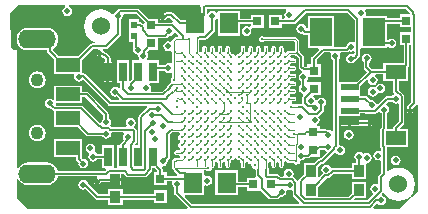
<source format=gbr>
%TF.GenerationSoftware,Altium Limited,Altium Designer,20.2.5 (213)*%
G04 Layer_Physical_Order=1*
G04 Layer_Color=255*
%FSLAX26Y26*%
%MOIN*%
%TF.SameCoordinates,0FE6C2C3-B7F4-45EC-A48D-0F423D7CACB9*%
%TF.FilePolarity,Positive*%
%TF.FileFunction,Copper,L1,Top,Signal*%
%TF.Part,Single*%
G01*
G75*
%TA.AperFunction,SMDPad,CuDef*%
%ADD10R,0.038189X0.039370*%
%ADD11R,0.031500X0.031500*%
%ADD12R,0.019685X0.023622*%
%ADD13R,0.059055X0.023622*%
%ADD14R,0.070866X0.047244*%
%ADD15R,0.035433X0.039370*%
%ADD16R,0.074803X0.094488*%
%ADD17R,0.027559X0.064961*%
%ADD18R,0.031500X0.031500*%
%ADD19R,0.062990X0.070980*%
%TA.AperFunction,BGAPad,CuDef*%
%ADD20C,0.009449*%
%TA.AperFunction,ConnectorPad*%
%ADD21R,0.078740X0.047244*%
%TA.AperFunction,Conductor*%
%ADD22C,0.003000*%
%ADD23C,0.006000*%
%TA.AperFunction,ViaPad*%
%ADD24C,0.060000*%
%TA.AperFunction,ComponentPad*%
%ADD25C,0.043307*%
%ADD26O,0.125984X0.062992*%
%TA.AperFunction,ViaPad*%
%ADD27C,0.010000*%
%ADD28C,0.020000*%
G36*
X2073589Y2195919D02*
X2075774Y2192064D01*
X2075339Y2189874D01*
Y2172490D01*
X2061020D01*
Y2137000D01*
X2051020D01*
Y2172490D01*
X2024525D01*
Y2146176D01*
X2007557D01*
X1982200Y2171534D01*
X1979223Y2173523D01*
X1975711Y2174222D01*
X1960954D01*
X1957443Y2173523D01*
X1954466Y2171534D01*
X1953155Y2170223D01*
Y2156034D01*
Y2147099D01*
X1955455Y2147556D01*
X1958432Y2149545D01*
X1964755Y2155869D01*
X1971910D01*
X1982911Y2144868D01*
X1982787Y2143578D01*
X1979286Y2139176D01*
X1931750D01*
Y2151750D01*
X1901227D01*
X1870026Y2182951D01*
X1867050Y2184940D01*
X1863538Y2185638D01*
X1805665D01*
X1802153Y2184940D01*
X1799176Y2182951D01*
X1794765Y2178539D01*
X1793739Y2177004D01*
X1792332Y2176724D01*
X1787040Y2173188D01*
X1784440Y2169298D01*
X1783855Y2168877D01*
X1779807Y2167893D01*
X1778405Y2167892D01*
X1768844Y2175228D01*
X1755413Y2180791D01*
X1741000Y2182689D01*
X1726587Y2180791D01*
X1713156Y2175228D01*
X1701622Y2166378D01*
X1692772Y2154845D01*
X1687209Y2141413D01*
X1685311Y2127000D01*
X1687209Y2112587D01*
X1692772Y2099155D01*
X1701622Y2087622D01*
X1713156Y2078772D01*
X1722555Y2074878D01*
X1721561Y2069878D01*
X1711016D01*
X1707504Y2069180D01*
X1704527Y2067191D01*
X1664755Y2027418D01*
X1599969D01*
X1580653Y2046734D01*
X1580595Y2047893D01*
X1581044Y2052147D01*
X1588239Y2057668D01*
X1594249Y2065500D01*
X1598027Y2074622D01*
X1599316Y2084410D01*
X1598027Y2094198D01*
X1594249Y2103320D01*
X1588239Y2111153D01*
X1580406Y2117163D01*
X1571284Y2120941D01*
X1561496Y2122230D01*
X1498504D01*
X1488716Y2120941D01*
X1479594Y2117163D01*
X1471761Y2111153D01*
X1465751Y2103320D01*
X1461973Y2094198D01*
X1460684Y2084410D01*
X1461973Y2074622D01*
X1465751Y2065500D01*
X1471761Y2057668D01*
X1479594Y2051657D01*
X1488716Y2047879D01*
X1498504Y2046590D01*
X1561320D01*
Y2043914D01*
X1562018Y2040402D01*
X1564007Y2037425D01*
X1586992Y2014441D01*
Y1968174D01*
X1650615D01*
X1653413Y1963174D01*
X1652419Y1958174D01*
X1653660Y1951931D01*
X1657197Y1946639D01*
X1662489Y1943102D01*
X1668732Y1941860D01*
X1674975Y1943102D01*
X1680267Y1946638D01*
X1683842Y1946991D01*
X1766819Y1864014D01*
X1769796Y1862025D01*
X1773307Y1861326D01*
X1894461D01*
X1895447Y1859901D01*
X1896373Y1856326D01*
X1869291Y1829244D01*
X1867302Y1826267D01*
X1866603Y1822756D01*
Y1729976D01*
X1857997D01*
X1856084Y1734596D01*
X1858489Y1737000D01*
X1860478Y1739977D01*
X1861176Y1743489D01*
Y1778360D01*
X1860478Y1781872D01*
X1858489Y1784849D01*
X1854974Y1788364D01*
X1854533Y1788658D01*
X1852731Y1792559D01*
X1853510Y1794898D01*
X1855947Y1798546D01*
X1857189Y1804789D01*
X1855947Y1811032D01*
X1852411Y1816324D01*
X1847118Y1819860D01*
X1840875Y1821102D01*
X1834632Y1819860D01*
X1829340Y1816324D01*
X1825804Y1811032D01*
X1824562Y1804789D01*
X1825804Y1798546D01*
X1827470Y1796051D01*
X1824798Y1791051D01*
X1777397D01*
X1774359Y1794089D01*
X1771557Y1795961D01*
X1775072Y1801222D01*
X1776313Y1807465D01*
X1775072Y1813708D01*
X1771535Y1819000D01*
X1767321Y1821816D01*
Y1834952D01*
X1766622Y1838464D01*
X1764633Y1841441D01*
X1700215Y1905859D01*
X1697238Y1907848D01*
X1693726Y1908546D01*
X1677732D01*
Y1928992D01*
X1586992D01*
Y1882795D01*
X1582031Y1881219D01*
X1576739Y1884755D01*
X1570496Y1885997D01*
X1564253Y1884755D01*
X1558961Y1881219D01*
X1555424Y1875927D01*
X1554183Y1869684D01*
X1555424Y1863441D01*
X1558961Y1858148D01*
X1564253Y1854612D01*
X1570496Y1853370D01*
X1573279Y1853924D01*
X1575765Y1851438D01*
X1577568Y1850233D01*
X1581037Y1846764D01*
X1584014Y1844774D01*
X1586992Y1844182D01*
Y1791008D01*
X1664755D01*
X1693651Y1762112D01*
X1696628Y1760123D01*
X1700139Y1759424D01*
X1746888D01*
X1748465Y1757065D01*
X1753757Y1753529D01*
X1760000Y1752287D01*
X1766243Y1753529D01*
X1771535Y1757065D01*
X1775072Y1762358D01*
X1776313Y1768601D01*
X1776267Y1768834D01*
X1779439Y1772699D01*
X1815570D01*
X1817956Y1767699D01*
X1815673Y1764282D01*
X1814431Y1758039D01*
X1815673Y1751796D01*
X1817934Y1748412D01*
X1808511Y1738989D01*
X1806522Y1736012D01*
X1805824Y1732501D01*
Y1729976D01*
X1795220D01*
Y1653799D01*
X1784780D01*
Y1729976D01*
X1745220D01*
Y1701483D01*
X1729248D01*
X1727672Y1703842D01*
X1722512Y1707290D01*
X1720848Y1711911D01*
X1721886Y1713464D01*
X1723128Y1719707D01*
X1721886Y1725950D01*
X1718349Y1731242D01*
X1713057Y1734779D01*
X1706814Y1736021D01*
X1700571Y1734779D01*
X1695279Y1731242D01*
X1691742Y1725950D01*
X1690501Y1719707D01*
X1691742Y1713464D01*
X1695279Y1708172D01*
X1700439Y1704724D01*
X1702103Y1700103D01*
X1701065Y1698550D01*
X1699823Y1692307D01*
X1701065Y1686064D01*
X1704601Y1680772D01*
X1709894Y1677235D01*
X1716137Y1675994D01*
X1722380Y1677235D01*
X1727672Y1680772D01*
X1729248Y1683131D01*
X1745220D01*
Y1653016D01*
X1755522D01*
X1757391Y1648504D01*
X1754309Y1644766D01*
X1598108D01*
X1598027Y1645378D01*
X1594249Y1654500D01*
X1588239Y1662332D01*
X1580406Y1668343D01*
X1571284Y1672121D01*
X1561496Y1673410D01*
X1498504D01*
X1488716Y1672121D01*
X1479594Y1668343D01*
X1471761Y1662332D01*
X1465751Y1654500D01*
X1465373Y1653587D01*
X1460373Y1654581D01*
Y2048777D01*
X1449837D01*
X1442545Y2056069D01*
X1439306Y2169513D01*
X1466858Y2197064D01*
X1622994D01*
X1623487Y2192064D01*
X1622966Y2191961D01*
X1617674Y2188425D01*
X1614138Y2183132D01*
X1612896Y2176889D01*
X1614138Y2170646D01*
X1617674Y2165354D01*
X1622966Y2161818D01*
X1629209Y2160576D01*
X1635452Y2161818D01*
X1640745Y2165354D01*
X1644281Y2170646D01*
X1645523Y2176889D01*
X1644281Y2183132D01*
X1640745Y2188425D01*
X1635452Y2191961D01*
X1634932Y2192064D01*
X1635424Y2197064D01*
X2072482D01*
X2073589Y2195919D01*
D02*
G37*
G36*
X2772144Y2171793D02*
Y2167908D01*
X2771194Y2166750D01*
X2738250D01*
Y2154176D01*
X2694983D01*
Y2160244D01*
X2626609D01*
X2623788Y2165244D01*
X2624773Y2170195D01*
X2623531Y2176438D01*
X2621677Y2179213D01*
X2624349Y2184213D01*
X2759724D01*
X2772144Y2171793D01*
D02*
G37*
G36*
X1887076Y2139946D02*
X1886680Y2136897D01*
X1881455Y2135051D01*
X1877331Y2139175D01*
X1874354Y2141164D01*
X1870842Y2141862D01*
X1867842D01*
Y2150497D01*
X1836158D01*
Y2114875D01*
X1836157D01*
Y2111127D01*
X1836158D01*
Y2075505D01*
X1849666D01*
Y2058780D01*
X1850127Y2056462D01*
X1849353Y2055303D01*
X1848111Y2049060D01*
X1849353Y2042817D01*
X1852889Y2037525D01*
X1858182Y2033988D01*
X1861505Y2033327D01*
X1865793Y2029254D01*
X1867035Y2023011D01*
X1870089Y2018440D01*
X1869269Y2015574D01*
X1867974Y2013440D01*
X1845220D01*
Y1949457D01*
X1839780Y1944016D01*
X1834780Y1946087D01*
Y2013440D01*
X1795220D01*
Y1936480D01*
X1805824D01*
Y1922012D01*
X1802398Y1920592D01*
X1800824Y1920254D01*
X1795822Y1923596D01*
X1789579Y1924838D01*
X1783336Y1923596D01*
X1778044Y1920060D01*
X1774507Y1914767D01*
X1773266Y1908525D01*
X1774507Y1902282D01*
X1778044Y1896989D01*
X1783336Y1893453D01*
X1789579Y1892211D01*
X1793879Y1893066D01*
X1802647Y1884298D01*
X1800733Y1879679D01*
X1777108D01*
X1689289Y1967498D01*
X1686312Y1969487D01*
X1682801Y1970185D01*
X1682176Y1970061D01*
X1677732Y1972178D01*
Y2014441D01*
X1714817Y2051526D01*
X1730830D01*
X1731778Y2046526D01*
X1729490Y2044997D01*
X1728014Y2042787D01*
X1736700D01*
Y2037787D01*
X1741700D01*
Y2027513D01*
X1745163Y2024049D01*
X1748140Y2022060D01*
X1751652Y2021362D01*
X1752903D01*
X1755824Y2018441D01*
Y2007440D01*
X1751220D01*
Y1979960D01*
X1765000D01*
X1778780D01*
Y2007440D01*
X1774176D01*
Y2022242D01*
X1773478Y2025753D01*
X1771489Y2028730D01*
X1763192Y2037027D01*
X1760215Y2039016D01*
X1756704Y2039714D01*
X1755453D01*
X1749525Y2045642D01*
X1748203Y2046526D01*
X1749720Y2051526D01*
X1758087D01*
X1761599Y2052224D01*
X1764575Y2054213D01*
X1805701Y2095339D01*
X1807690Y2098316D01*
X1808389Y2101828D01*
Y2148967D01*
X1810110Y2150117D01*
X1813647Y2155410D01*
X1814889Y2161653D01*
X1814537Y2163421D01*
X1817709Y2167286D01*
X1859737D01*
X1887076Y2139946D01*
D02*
G37*
G36*
X1999632Y2096676D02*
X1997719Y2092057D01*
X1992926D01*
X1992926Y2092057D01*
X1989999Y2091475D01*
X1987519Y2089817D01*
X1979275Y2081574D01*
X1977618Y2079093D01*
X1977366Y2077829D01*
X1973035Y2075314D01*
X1972035Y2075161D01*
X1966253Y2076311D01*
X1960010Y2075070D01*
X1954717Y2071533D01*
X1951181Y2066241D01*
X1949939Y2059998D01*
X1951181Y2053755D01*
X1954717Y2048463D01*
X1960010Y2044926D01*
X1966253Y2043685D01*
X1972035Y2044835D01*
X1972816Y2044716D01*
X1977035Y2041946D01*
Y2004921D01*
X1973329Y2002940D01*
X1972035Y2002743D01*
X1966253Y2003893D01*
X1960010Y2002651D01*
X1954717Y1999115D01*
X1953141Y1996756D01*
X1934780D01*
Y2013440D01*
X1896238D01*
X1893978Y2017164D01*
X1893704Y2017812D01*
X1897178Y2023011D01*
X1898420Y2029254D01*
X1897178Y2035497D01*
X1893961Y2040311D01*
Y2040984D01*
X1901227Y2048250D01*
X1931750D01*
Y2086430D01*
X1955433D01*
X1958945Y2087129D01*
X1961922Y2089118D01*
X1967824Y2095020D01*
X1969501Y2094686D01*
X1975744Y2095928D01*
X1981036Y2099465D01*
X1984572Y2104757D01*
X1984696Y2105377D01*
X1989480Y2106828D01*
X1999632Y2096676D01*
D02*
G37*
G36*
X2359278Y2183341D02*
X2358126Y2176557D01*
X2357312Y2176013D01*
X2353776Y2170721D01*
X2352534Y2164478D01*
X2353776Y2158235D01*
X2354483Y2157176D01*
X2351810Y2152176D01*
X2344750D01*
Y2164750D01*
X2301250D01*
Y2121250D01*
X2344750D01*
Y2133824D01*
X2384448D01*
X2387960Y2134522D01*
X2390937Y2136511D01*
X2426638Y2172213D01*
X2561843D01*
X2587424Y2146633D01*
Y2075609D01*
X2583014Y2073252D01*
X2582421Y2073648D01*
X2576178Y2074890D01*
X2569935Y2073648D01*
X2564643Y2070112D01*
X2561107Y2064819D01*
X2559977Y2059141D01*
X2558847Y2058010D01*
X2517820D01*
Y2160244D01*
X2431017D01*
Y2119862D01*
X2430197Y2119568D01*
X2424560Y2122862D01*
X2424109Y2125126D01*
X2420573Y2130419D01*
X2415280Y2133955D01*
X2409038Y2135197D01*
X2402795Y2133955D01*
X2397502Y2130419D01*
X2393966Y2125126D01*
X2392724Y2118883D01*
X2393966Y2112640D01*
X2397502Y2107348D01*
X2402795Y2103811D01*
X2409038Y2102570D01*
X2411820Y2103123D01*
X2414432Y2100511D01*
X2417409Y2098522D01*
X2420921Y2097824D01*
X2431017D01*
Y2053756D01*
X2466962D01*
X2468875Y2049137D01*
X2445511Y2025773D01*
X2443522Y2022796D01*
X2442824Y2019284D01*
Y2000750D01*
X2430250D01*
Y1992404D01*
X2422117D01*
X2419455Y1995066D01*
Y2023388D01*
X2418757Y2026899D01*
X2416767Y2029876D01*
X2406664Y2039980D01*
X2406247Y2042073D01*
X2403816Y2045712D01*
X2403532Y2045901D01*
Y2076166D01*
X2403532Y2076166D01*
X2402950Y2079093D01*
X2401293Y2081574D01*
X2401292Y2081574D01*
X2392459Y2090407D01*
X2389978Y2092065D01*
X2387052Y2092647D01*
X2286753D01*
X2283573Y2094772D01*
X2279281Y2095626D01*
X2274989Y2094772D01*
X2271351Y2092341D01*
X2268919Y2088702D01*
X2268066Y2084410D01*
X2268919Y2080118D01*
X2271351Y2076479D01*
X2274989Y2074048D01*
X2279281Y2073195D01*
X2283573Y2074048D01*
X2287212Y2076479D01*
X2287796Y2077353D01*
X2383885D01*
X2388239Y2072999D01*
Y2045901D01*
X2387955Y2045712D01*
X2387765Y2045428D01*
X2368848D01*
X2368847Y2045428D01*
X2365921Y2044846D01*
X2363440Y2043188D01*
X2359316Y2039064D01*
X2353890Y2040709D01*
X2353619Y2042073D01*
X2351188Y2045712D01*
X2350904Y2045901D01*
Y2054709D01*
X2350322Y2057636D01*
X2348664Y2060117D01*
X2346184Y2061774D01*
X2343257Y2062356D01*
X2340331Y2061774D01*
X2337850Y2060117D01*
X2336192Y2057636D01*
X2335610Y2054709D01*
Y2045901D01*
X2335327Y2045712D01*
X2333074Y2042340D01*
X2331066Y2042073D01*
X2329859D01*
X2327851Y2042340D01*
X2325598Y2045712D01*
X2325314Y2045901D01*
Y2054709D01*
X2324732Y2057636D01*
X2323074Y2060117D01*
X2320593Y2061774D01*
X2317667Y2062356D01*
X2314741Y2061774D01*
X2312260Y2060117D01*
X2310602Y2057636D01*
X2310020Y2054709D01*
Y2045901D01*
X2309737Y2045712D01*
X2307484Y2042340D01*
X2305476Y2042073D01*
X2304269D01*
X2302260Y2042340D01*
X2300008Y2045712D01*
X2299724Y2045901D01*
Y2054709D01*
X2299142Y2057636D01*
X2297484Y2060117D01*
X2295003Y2061774D01*
X2292077Y2062356D01*
X2289151Y2061774D01*
X2286670Y2060117D01*
X2285012Y2057636D01*
X2284430Y2054709D01*
Y2045901D01*
X2284147Y2045712D01*
X2281892Y2042338D01*
X2279910Y2042073D01*
X2278652D01*
X2276670Y2042338D01*
X2274416Y2045712D01*
X2274132Y2045901D01*
Y2054709D01*
X2273550Y2057636D01*
X2271892Y2060117D01*
X2269412Y2061774D01*
X2266485Y2062356D01*
X2263559Y2061774D01*
X2261078Y2060117D01*
X2259420Y2057636D01*
X2258838Y2054709D01*
Y2045901D01*
X2258555Y2045712D01*
X2256302Y2042340D01*
X2254294Y2042073D01*
X2253087D01*
X2251079Y2042340D01*
X2248826Y2045712D01*
X2248542Y2045901D01*
Y2054709D01*
X2247960Y2057636D01*
X2246302Y2060117D01*
X2243822Y2061774D01*
X2240895Y2062356D01*
X2237969Y2061774D01*
X2235488Y2060117D01*
X2233830Y2057636D01*
X2233248Y2054709D01*
Y2045901D01*
X2232965Y2045712D01*
X2230712Y2042340D01*
X2228704Y2042073D01*
X2227497D01*
X2225488Y2042340D01*
X2223236Y2045712D01*
X2222952Y2045901D01*
Y2054709D01*
X2222370Y2057636D01*
X2220712Y2060117D01*
X2218231Y2061774D01*
X2215305Y2062356D01*
X2212379Y2061774D01*
X2209898Y2060117D01*
X2208240Y2057636D01*
X2207658Y2054709D01*
Y2045901D01*
X2207375Y2045712D01*
X2204943Y2042073D01*
X2204090Y2037781D01*
X2199960Y2035412D01*
X2198325Y2035087D01*
X2194777Y2032717D01*
X2192407Y2029169D01*
X2192262Y2028441D01*
X2187164D01*
X2187019Y2029169D01*
X2184649Y2032717D01*
X2181102Y2035087D01*
X2179467Y2035412D01*
X2175337Y2037781D01*
X2174483Y2042073D01*
X2172052Y2045712D01*
X2171768Y2045901D01*
Y2054709D01*
X2171186Y2057636D01*
X2169528Y2060117D01*
X2167048Y2061774D01*
X2164121Y2062356D01*
X2161195Y2061774D01*
X2158714Y2060117D01*
X2157056Y2057636D01*
X2156474Y2054709D01*
Y2045901D01*
X2156191Y2045712D01*
X2153938Y2042340D01*
X2151930Y2042073D01*
X2150723D01*
X2148715Y2042340D01*
X2146462Y2045712D01*
X2146178Y2045901D01*
Y2054709D01*
X2145596Y2057636D01*
X2143938Y2060117D01*
X2141457Y2061774D01*
X2138531Y2062356D01*
X2135605Y2061774D01*
X2133124Y2060117D01*
X2131466Y2057636D01*
X2130884Y2054709D01*
Y2045901D01*
X2130601Y2045712D01*
X2128348Y2042340D01*
X2126340Y2042073D01*
X2125133D01*
X2123124Y2042340D01*
X2120872Y2045712D01*
X2120588Y2045901D01*
Y2054709D01*
X2120006Y2057636D01*
X2118348Y2060117D01*
X2115867Y2061774D01*
X2112941Y2062356D01*
X2110015Y2061774D01*
X2107534Y2060117D01*
X2105876Y2057636D01*
X2105294Y2054709D01*
Y2045901D01*
X2105011Y2045712D01*
X2102758Y2042340D01*
X2100750Y2042073D01*
X2099543D01*
X2097535Y2042340D01*
X2095282Y2045712D01*
X2094998Y2045901D01*
Y2054709D01*
X2094416Y2057636D01*
X2092758Y2060117D01*
X2090278Y2061774D01*
X2087351Y2062356D01*
X2084425Y2061774D01*
X2081944Y2060117D01*
X2080286Y2057636D01*
X2079704Y2054709D01*
Y2045901D01*
X2079421Y2045712D01*
X2077166Y2042338D01*
X2075184Y2042073D01*
X2073926D01*
X2071944Y2042338D01*
X2069690Y2045712D01*
X2069406Y2045901D01*
Y2080605D01*
X2071815Y2082215D01*
X2090124D01*
X2093636Y2082913D01*
X2096613Y2084903D01*
X2119430Y2107720D01*
X2121419Y2110697D01*
X2122117Y2114208D01*
Y2147939D01*
X2122960Y2148629D01*
X2124477Y2149642D01*
X2124814Y2150146D01*
X2125890Y2151028D01*
X2130485Y2149635D01*
Y2095510D01*
X2205475D01*
Y2133824D01*
X2241250D01*
Y2126735D01*
X2236250Y2124062D01*
X2233243Y2126072D01*
X2227000Y2127314D01*
X2220757Y2126072D01*
X2215465Y2122535D01*
X2211928Y2117243D01*
X2210686Y2111000D01*
X2211928Y2104757D01*
X2215465Y2099465D01*
X2220757Y2095928D01*
X2227000Y2094686D01*
X2233243Y2095928D01*
X2238535Y2099465D01*
X2242072Y2104757D01*
X2243314Y2111000D01*
X2242269Y2116250D01*
X2244122Y2119705D01*
X2245408Y2121250D01*
X2284750D01*
Y2164750D01*
X2241250D01*
Y2152176D01*
X2205475D01*
Y2178490D01*
X2130485D01*
Y2172720D01*
X2125485Y2171204D01*
X2124477Y2172713D01*
X2119184Y2176249D01*
X2112941Y2177491D01*
X2106698Y2176249D01*
X2101406Y2172713D01*
X2098691Y2168650D01*
X2093691Y2170093D01*
Y2184213D01*
X2358623D01*
X2359278Y2183341D01*
D02*
G37*
G36*
X2738250Y2123250D02*
X2775574D01*
Y2106750D01*
X2738250D01*
Y2063250D01*
X2750824D01*
Y2005094D01*
X2683567D01*
Y1984648D01*
X2644153D01*
X2635615Y1993187D01*
Y2005880D01*
X2638994Y2008138D01*
X2642531Y2013430D01*
X2643773Y2019673D01*
X2642531Y2025916D01*
X2638994Y2031209D01*
X2633702Y2034745D01*
X2627459Y2035987D01*
X2621216Y2034745D01*
X2615924Y2031209D01*
X2612387Y2025916D01*
X2611146Y2019673D01*
X2612387Y2013430D01*
X2615924Y2008138D01*
X2617262Y2007244D01*
Y1989386D01*
X2617961Y1985874D01*
X2619950Y1982897D01*
X2627375Y1975472D01*
X2594006Y1942103D01*
X2535929D01*
X2534679Y1946585D01*
Y2015906D01*
X2534982Y2016109D01*
X2538519Y2021401D01*
X2539760Y2027644D01*
X2538519Y2033887D01*
X2538003Y2034658D01*
X2540676Y2039658D01*
X2562648D01*
X2566159Y2040356D01*
X2569136Y2042345D01*
X2570236Y2043445D01*
X2576178Y2042263D01*
X2582421Y2043505D01*
X2583014Y2043901D01*
X2587424Y2041544D01*
Y2036499D01*
X2582424Y2033826D01*
X2581631Y2034356D01*
X2575388Y2035598D01*
X2569145Y2034356D01*
X2563853Y2030819D01*
X2560316Y2025527D01*
X2559075Y2019284D01*
X2560316Y2013041D01*
X2563853Y2007749D01*
X2569145Y2004212D01*
X2575388Y2002970D01*
X2581631Y2004212D01*
X2586923Y2007749D01*
X2590460Y2013041D01*
X2590518Y2013333D01*
X2592684Y2013764D01*
X2595661Y2015753D01*
X2603089Y2023180D01*
X2605078Y2026157D01*
X2605776Y2029669D01*
Y2049752D01*
X2608181Y2053756D01*
X2694983D01*
Y2055693D01*
X2696589Y2056816D01*
X2699983Y2057908D01*
X2704338Y2054998D01*
X2710581Y2053756D01*
X2716824Y2054998D01*
X2722117Y2058534D01*
X2725653Y2063827D01*
X2726895Y2070070D01*
X2725653Y2076312D01*
X2722117Y2081605D01*
X2716824Y2085141D01*
X2710581Y2086383D01*
X2704338Y2085141D01*
X2699983Y2082231D01*
X2696589Y2083323D01*
X2694983Y2084446D01*
Y2135824D01*
X2738250D01*
Y2123250D01*
D02*
G37*
G36*
X2683567Y1945850D02*
X2715824D01*
Y1911737D01*
X2716522Y1908225D01*
X2718511Y1905248D01*
X2718997Y1904762D01*
X2717499Y1899190D01*
X2713410Y1896457D01*
X2711833Y1894098D01*
X2695805D01*
X2692294Y1893400D01*
X2689317Y1891411D01*
X2665249Y1867343D01*
X2659824Y1868989D01*
X2659586Y1870187D01*
X2656050Y1875479D01*
X2650757Y1879016D01*
X2644514Y1880257D01*
X2641731Y1879704D01*
X2630025Y1891411D01*
X2627048Y1893400D01*
X2623536Y1894098D01*
X2606983D01*
Y1902733D01*
X2606984D01*
Y1906481D01*
X2606983D01*
Y1929126D01*
X2627482Y1949624D01*
X2631094Y1948046D01*
X2632228Y1947299D01*
X2633414Y1941332D01*
X2636951Y1936040D01*
X2642243Y1932503D01*
X2648486Y1931262D01*
X2654729Y1932503D01*
X2659127Y1935442D01*
X2662072Y1931535D01*
X2658916Y1926812D01*
X2654871Y1923655D01*
X2654729Y1923596D01*
X2648486Y1924838D01*
X2642243Y1923596D01*
X2636951Y1920060D01*
X2633414Y1914767D01*
X2632173Y1908525D01*
X2633414Y1902282D01*
X2636951Y1896989D01*
X2642243Y1893453D01*
X2648486Y1892211D01*
X2654729Y1893453D01*
X2660022Y1896989D01*
X2663178Y1901713D01*
X2667223Y1904869D01*
X2667365Y1904928D01*
X2673608Y1903687D01*
X2679851Y1904928D01*
X2685143Y1908465D01*
X2688680Y1913757D01*
X2689921Y1920000D01*
X2688680Y1926243D01*
X2685143Y1931535D01*
X2679851Y1935072D01*
X2673608Y1936313D01*
X2667365Y1935072D01*
X2662967Y1932133D01*
X2660022Y1936040D01*
X2663558Y1941332D01*
X2664800Y1947575D01*
X2663558Y1953818D01*
X2660022Y1959110D01*
X2656751Y1961296D01*
X2658268Y1966296D01*
X2683567D01*
Y1945850D01*
D02*
G37*
G36*
X1954717Y1976044D02*
X1960010Y1972508D01*
X1966253Y1971266D01*
X1972035Y1972416D01*
X1973329Y1972219D01*
X1977035Y1970238D01*
Y1956133D01*
X1975029Y1953130D01*
X1974175Y1948838D01*
X1975029Y1944546D01*
X1976368Y1942542D01*
X1974548Y1941326D01*
X1965093Y1931871D01*
X1963103Y1928894D01*
X1962405Y1925382D01*
Y1924881D01*
X1946218Y1908695D01*
X1910091D01*
X1908108Y1912403D01*
X1907913Y1913695D01*
X1909063Y1919479D01*
X1907822Y1925722D01*
X1904285Y1931014D01*
X1903589Y1931480D01*
X1905105Y1936480D01*
X1934780D01*
Y1978403D01*
X1953141D01*
X1954717Y1976044D01*
D02*
G37*
G36*
X2387955Y2029850D02*
X2391593Y2027419D01*
X2393686Y2027003D01*
X2401103Y2019587D01*
Y1991265D01*
X2401801Y1987754D01*
X2403790Y1984777D01*
X2411828Y1976739D01*
X2412165Y1976514D01*
X2411109Y1971206D01*
X2410737Y1971132D01*
X2405445Y1967595D01*
X2401908Y1962303D01*
X2400666Y1956060D01*
X2401908Y1949817D01*
X2405445Y1944525D01*
X2407804Y1942948D01*
Y1930684D01*
X2406175Y1929595D01*
X2402638Y1924303D01*
X2401396Y1918060D01*
X2402638Y1911817D01*
X2406175Y1906525D01*
X2411467Y1902988D01*
X2415198Y1902246D01*
X2416898Y1896875D01*
X2415803Y1895781D01*
X2413814Y1892804D01*
X2413116Y1889292D01*
Y1873042D01*
X2412257Y1870294D01*
X2408520Y1868242D01*
X2398391D01*
X2394880Y1867544D01*
X2393636Y1866713D01*
X2382032D01*
X2381842Y1866997D01*
X2379242Y1868734D01*
X2377969Y1872925D01*
X2377857Y1874595D01*
X2379647Y1876590D01*
X2385776D01*
X2388702Y1877172D01*
X2391183Y1878830D01*
X2392840Y1881311D01*
X2393423Y1884237D01*
X2392840Y1887163D01*
X2391183Y1889644D01*
X2388702Y1891302D01*
X2385776Y1891884D01*
X2376967D01*
X2376778Y1892168D01*
X2373404Y1894422D01*
X2373139Y1896404D01*
Y1897662D01*
X2373404Y1899644D01*
X2376778Y1901898D01*
X2376967Y1902182D01*
X2385776D01*
X2388702Y1902764D01*
X2391183Y1904422D01*
X2392840Y1906903D01*
X2393423Y1909829D01*
X2392840Y1912755D01*
X2391183Y1915236D01*
X2388702Y1916894D01*
X2385776Y1917476D01*
X2376967D01*
X2376778Y1917760D01*
X2373406Y1920012D01*
X2373139Y1922020D01*
Y1923228D01*
X2373406Y1925236D01*
X2376778Y1927488D01*
X2376967Y1927772D01*
X2385776D01*
X2388702Y1928354D01*
X2391183Y1930012D01*
X2392840Y1932493D01*
X2393423Y1935419D01*
X2392840Y1938345D01*
X2391183Y1940826D01*
X2388702Y1942484D01*
X2385776Y1943066D01*
X2376967D01*
X2376778Y1943350D01*
X2373406Y1945602D01*
X2373139Y1947610D01*
Y1948818D01*
X2373406Y1950826D01*
X2376778Y1953078D01*
X2376967Y1953362D01*
X2385776D01*
X2388702Y1953944D01*
X2391183Y1955602D01*
X2392840Y1958083D01*
X2393423Y1961009D01*
X2392840Y1963935D01*
X2391183Y1966416D01*
X2388702Y1968074D01*
X2385776Y1968656D01*
X2376967D01*
X2376778Y1968940D01*
X2373404Y1971194D01*
X2373139Y1973176D01*
Y1974434D01*
X2373404Y1976416D01*
X2376778Y1978670D01*
X2376967Y1978954D01*
X2385776D01*
X2388702Y1979536D01*
X2391183Y1981194D01*
X2392840Y1983675D01*
X2393423Y1986601D01*
X2392840Y1989527D01*
X2391183Y1992008D01*
X2388702Y1993666D01*
X2385776Y1994248D01*
X2376967D01*
X2376778Y1994532D01*
X2373406Y1996784D01*
X2373139Y1998792D01*
Y2000000D01*
X2373406Y2002008D01*
X2376778Y2004260D01*
X2376967Y2004544D01*
X2385776D01*
X2388702Y2005126D01*
X2391183Y2006784D01*
X2392840Y2009265D01*
X2393423Y2012191D01*
X2392840Y2015117D01*
X2391183Y2017598D01*
X2388702Y2019256D01*
X2385776Y2019838D01*
X2376967D01*
X2376778Y2020122D01*
X2373986Y2021987D01*
X2372791Y2026062D01*
X2372628Y2027703D01*
X2374559Y2030134D01*
X2387765D01*
X2387955Y2029850D01*
D02*
G37*
G36*
X2672648Y1841717D02*
X2675381Y1837627D01*
X2677740Y1836051D01*
Y1792500D01*
X2674078Y1788839D01*
X2672089Y1785862D01*
X2671391Y1782350D01*
Y1727650D01*
X2672089Y1724138D01*
X2674078Y1721161D01*
X2676207Y1719033D01*
Y1714051D01*
X2671207Y1711170D01*
X2666383Y1712129D01*
X2660140Y1710888D01*
X2654848Y1707351D01*
X2651311Y1702059D01*
X2650070Y1695816D01*
X2651311Y1689573D01*
X2654848Y1684280D01*
X2660140Y1680744D01*
X2666383Y1679502D01*
X2671207Y1680462D01*
X2676207Y1677581D01*
Y1638509D01*
X2668299Y1630601D01*
X2666310Y1627624D01*
X2665611Y1624112D01*
Y1604254D01*
X2660611Y1601373D01*
X2655787Y1602333D01*
X2649544Y1601091D01*
X2644252Y1597555D01*
X2640716Y1592262D01*
X2639474Y1586019D01*
X2640716Y1579776D01*
X2644252Y1574484D01*
X2648341Y1571751D01*
X2649840Y1566179D01*
X2630217Y1546556D01*
X2587270D01*
X2585357Y1551175D01*
X2590000Y1555819D01*
X2626425D01*
Y1607189D01*
X2578992D01*
Y1570765D01*
X2566783Y1558556D01*
X2465008D01*
Y1592243D01*
X2493892Y1621127D01*
X2500248D01*
X2503760Y1621825D01*
X2506737Y1623814D01*
X2517867Y1634944D01*
X2518117Y1635320D01*
X2578992D01*
Y1618811D01*
X2626425D01*
Y1667139D01*
X2628029Y1670996D01*
X2630555Y1672280D01*
X2634626Y1673089D01*
X2639918Y1676626D01*
X2643455Y1681918D01*
X2644697Y1688161D01*
X2643455Y1694404D01*
X2639918Y1699696D01*
X2634626Y1703233D01*
X2628383Y1704475D01*
X2622140Y1703233D01*
X2616962Y1699773D01*
X2614243Y1703842D01*
X2608951Y1707379D01*
X2602708Y1708620D01*
X2596465Y1707379D01*
X2591173Y1703842D01*
X2587636Y1698550D01*
X2586394Y1692307D01*
X2587636Y1686064D01*
X2591173Y1680772D01*
X2593532Y1679195D01*
Y1670181D01*
X2578992D01*
Y1653672D01*
X2511378D01*
X2507958Y1652992D01*
X2507450Y1655546D01*
X2503913Y1660838D01*
X2498621Y1664375D01*
X2492378Y1665617D01*
X2486135Y1664375D01*
X2480843Y1660838D01*
X2477306Y1655546D01*
X2476064Y1649303D01*
X2477306Y1643060D01*
X2480843Y1637768D01*
X2481177Y1634367D01*
X2470008Y1623198D01*
X2465008Y1625269D01*
Y1657204D01*
X2475878Y1668074D01*
X2479180D01*
X2482692Y1668772D01*
X2485669Y1670761D01*
X2520578Y1705670D01*
X2526461Y1704483D01*
X2528663Y1701189D01*
X2533955Y1697652D01*
X2540198Y1696410D01*
X2546441Y1697652D01*
X2551733Y1701189D01*
X2555270Y1706481D01*
X2556512Y1712724D01*
X2555270Y1718967D01*
X2551733Y1724259D01*
X2546441Y1727796D01*
X2540198Y1729037D01*
X2539512Y1728901D01*
X2534679Y1733038D01*
Y1823258D01*
X2535929Y1827741D01*
X2606983D01*
Y1836376D01*
X2622431D01*
X2625488Y1835768D01*
X2655827D01*
X2659339Y1836466D01*
X2662316Y1838455D01*
X2667076Y1843215D01*
X2672648Y1841717D01*
D02*
G37*
G36*
X1748968Y1831151D02*
Y1819337D01*
X1748465Y1819000D01*
X1744928Y1813708D01*
X1743687Y1807465D01*
X1743692Y1807438D01*
X1743526Y1807101D01*
X1739359Y1803590D01*
X1738066Y1803847D01*
X1737842D01*
X1681949Y1859741D01*
X1678972Y1861730D01*
X1675460Y1862428D01*
X1592914D01*
X1590992Y1864740D01*
X1591108Y1865820D01*
X1593330Y1869748D01*
X1677732D01*
Y1890194D01*
X1689926D01*
X1748968Y1831151D01*
D02*
G37*
G36*
X2713410Y1873387D02*
X2718702Y1869850D01*
X2724945Y1868609D01*
X2729769Y1869568D01*
X2734769Y1866687D01*
Y1810502D01*
X2718511Y1794244D01*
X2716522Y1791267D01*
X2715824Y1787756D01*
Y1784622D01*
X2700379D01*
X2700272Y1784647D01*
X2696092Y1788699D01*
Y1836051D01*
X2698452Y1837627D01*
X2701988Y1842920D01*
X2703230Y1849163D01*
X2701988Y1855406D01*
X2698452Y1860698D01*
X2694362Y1863431D01*
X2692864Y1869003D01*
X2699606Y1875746D01*
X2711833D01*
X2713410Y1873387D01*
D02*
G37*
G36*
X2508890Y2034658D02*
X2508375Y2033887D01*
X2507133Y2027644D01*
X2508375Y2021401D01*
X2511911Y2016109D01*
X2516327Y2013159D01*
Y1778561D01*
X2513499Y1777191D01*
X2511327Y1776665D01*
X2506491Y1779896D01*
X2500248Y1781138D01*
X2497428Y1780577D01*
X2494584Y1782478D01*
X2491073Y1783176D01*
X2470750D01*
Y1795750D01*
X2462957D01*
X2461690Y1800750D01*
X2465828Y1803515D01*
X2469364Y1808807D01*
X2470606Y1815050D01*
X2469364Y1821293D01*
X2466249Y1825956D01*
X2468651Y1827561D01*
X2483251Y1842161D01*
X2485240Y1845138D01*
X2485939Y1848650D01*
Y1861072D01*
X2488298Y1862648D01*
X2491834Y1867941D01*
X2493076Y1874184D01*
X2491834Y1880427D01*
X2488298Y1885719D01*
X2483005Y1889255D01*
X2476762Y1890497D01*
X2470520Y1889255D01*
X2465227Y1885719D01*
X2462197Y1881184D01*
X2459107Y1881134D01*
X2456994Y1881712D01*
X2456364Y1884879D01*
X2452827Y1890171D01*
X2449716Y1892250D01*
X2451233Y1897250D01*
X2473750D01*
Y1940750D01*
X2431549D01*
X2430603Y1941927D01*
X2428984Y1945226D01*
X2432052Y1949817D01*
X2433294Y1956060D01*
X2434270Y1957250D01*
X2473750D01*
Y2000750D01*
X2461176D01*
Y2015483D01*
X2485351Y2039658D01*
X2506218D01*
X2508890Y2034658D01*
D02*
G37*
G36*
X2488713Y1713653D02*
X2492802Y1710920D01*
X2494300Y1705348D01*
X2475379Y1686426D01*
X2472077D01*
X2468566Y1685728D01*
X2465589Y1683739D01*
X2452031Y1670181D01*
X2417575D01*
Y1631788D01*
X2402440Y1616652D01*
X2400451Y1613676D01*
X2400448Y1613660D01*
X2398997Y1612829D01*
X2395060Y1612207D01*
X2384189Y1623079D01*
X2381212Y1625068D01*
X2382930Y1629001D01*
X2383086Y1629347D01*
X2383086Y1629347D01*
X2384328Y1635590D01*
X2383086Y1641833D01*
X2379550Y1647125D01*
X2374257Y1650662D01*
X2368014Y1651903D01*
X2361771Y1650662D01*
X2356479Y1647125D01*
X2352942Y1641833D01*
X2351701Y1635590D01*
X2352660Y1630766D01*
X2349779Y1625766D01*
X2341439D01*
X2335966Y1631239D01*
X2332990Y1633228D01*
X2329478Y1633926D01*
X2301253D01*
Y1649969D01*
X2300555Y1653480D01*
X2299724Y1654724D01*
Y1671391D01*
X2300008Y1671580D01*
X2302260Y1674952D01*
X2304269Y1675219D01*
X2305476D01*
X2307484Y1674952D01*
X2309737Y1671580D01*
X2310020Y1671391D01*
Y1662583D01*
X2310602Y1659656D01*
X2312260Y1657175D01*
X2314741Y1655518D01*
X2317667Y1654936D01*
X2320593Y1655518D01*
X2323074Y1657175D01*
X2324732Y1659656D01*
X2325314Y1662583D01*
Y1671391D01*
X2325598Y1671580D01*
X2327851Y1674952D01*
X2329859Y1675219D01*
X2331066D01*
X2333074Y1674952D01*
X2335327Y1671580D01*
X2335610Y1671391D01*
Y1662583D01*
X2336192Y1659656D01*
X2337850Y1657175D01*
X2340331Y1655518D01*
X2343257Y1654936D01*
X2346184Y1655518D01*
X2348664Y1657175D01*
X2350322Y1659656D01*
X2350904Y1662583D01*
Y1671391D01*
X2351188Y1671580D01*
X2353619Y1675219D01*
X2353890Y1676582D01*
X2359316Y1678228D01*
X2363440Y1674104D01*
X2365921Y1672446D01*
X2368847Y1671864D01*
X2368848Y1671864D01*
X2383086D01*
X2384126Y1671170D01*
X2384273Y1671140D01*
X2385727Y1668965D01*
X2389365Y1666534D01*
X2393657Y1665680D01*
X2397949Y1666534D01*
X2401588Y1668965D01*
X2404019Y1672603D01*
X2404555Y1675296D01*
X2409038Y1679502D01*
X2415280Y1680744D01*
X2420573Y1684280D01*
X2422149Y1686639D01*
X2430816D01*
X2434327Y1687338D01*
X2437304Y1689327D01*
X2440227Y1692250D01*
X2470750D01*
Y1713902D01*
X2472859Y1716012D01*
X2487136D01*
X2488713Y1713653D01*
D02*
G37*
G36*
X2002649Y1773944D02*
X2006022Y1771690D01*
X2006287Y1769708D01*
Y1768450D01*
X2006022Y1766468D01*
X2002649Y1764214D01*
X2000217Y1760575D01*
X1999364Y1756283D01*
X2000217Y1751991D01*
X2002649Y1748352D01*
X2006020Y1746100D01*
X2006287Y1744092D01*
Y1742884D01*
X2006020Y1740876D01*
X2002649Y1738624D01*
X2000217Y1734985D01*
X1999364Y1730693D01*
X2000217Y1726401D01*
X2002649Y1722762D01*
X2006020Y1720510D01*
X2006287Y1718502D01*
Y1717294D01*
X2006020Y1715286D01*
X2002649Y1713034D01*
X2002459Y1712750D01*
X1993651D01*
X1990725Y1712168D01*
X1988244Y1710510D01*
X1986586Y1708029D01*
X1986004Y1705103D01*
X1986586Y1702177D01*
X1988244Y1699696D01*
X1990725Y1698038D01*
X1993651Y1697456D01*
X2002459D01*
X2002649Y1697172D01*
X2005444Y1695305D01*
X2006639Y1691233D01*
X2006804Y1689591D01*
X2004870Y1687158D01*
X1993651D01*
X1990724Y1686576D01*
X1990669Y1686539D01*
X1986440D01*
X1983513Y1685957D01*
X1981033Y1684299D01*
X1981032Y1684299D01*
X1979275Y1682542D01*
X1977618Y1680061D01*
X1977035Y1677134D01*
Y1658452D01*
X1977618Y1655525D01*
X1979275Y1653045D01*
X1984396Y1647924D01*
X1984688Y1646457D01*
X1986677Y1643480D01*
X1996981Y1633176D01*
X1994909Y1628176D01*
X1961750D01*
Y1640750D01*
X1949176D01*
Y1647795D01*
X1948478Y1651307D01*
X1946489Y1654284D01*
X1944577Y1656195D01*
X1947040Y1660803D01*
X1948155Y1660582D01*
X1954398Y1661824D01*
X1959690Y1665360D01*
X1963226Y1670652D01*
X1964468Y1676895D01*
X1963790Y1680305D01*
X1969226Y1685741D01*
X1971216Y1688718D01*
X1971914Y1692230D01*
Y1764800D01*
X1979813Y1772699D01*
X1981037D01*
X1984549Y1773397D01*
X1985792Y1774228D01*
X2002459D01*
X2002649Y1773944D01*
D02*
G37*
G36*
X2192407Y1688122D02*
X2194777Y1684575D01*
X2198325Y1682205D01*
X2199960Y1681880D01*
X2204090Y1679511D01*
X2204943Y1675219D01*
X2207375Y1671580D01*
X2207658Y1671391D01*
Y1662583D01*
X2208240Y1659656D01*
X2209898Y1657175D01*
X2212379Y1655518D01*
X2215305Y1654936D01*
X2218231Y1655518D01*
X2220712Y1657175D01*
X2222370Y1659656D01*
X2222952Y1662583D01*
Y1671391D01*
X2223236Y1671580D01*
X2225488Y1674952D01*
X2227497Y1675219D01*
X2228704D01*
X2230712Y1674952D01*
X2232965Y1671580D01*
X2236603Y1669149D01*
X2239448Y1668583D01*
X2240903Y1668280D01*
X2243177Y1663651D01*
X2243117Y1663349D01*
X2243971Y1659057D01*
X2246402Y1655418D01*
X2250041Y1652987D01*
X2252706Y1652457D01*
X2254903Y1651269D01*
X2257309Y1647627D01*
Y1630699D01*
X2258007Y1627187D01*
X2258300Y1626750D01*
X2255627Y1621750D01*
X2228250D01*
Y1609176D01*
X2198475D01*
Y1646490D01*
X2123485D01*
Y1563510D01*
X2198475D01*
Y1590824D01*
X2228250D01*
Y1578250D01*
X2271750D01*
X2271750Y1578250D01*
Y1578250D01*
X2271750Y1578250D01*
X2276104Y1576691D01*
X2300584Y1552211D01*
X2303561Y1550222D01*
X2307072Y1549524D01*
X2327202D01*
X2330714Y1550222D01*
X2333691Y1552211D01*
X2340933Y1559454D01*
X2343716Y1558900D01*
X2349959Y1560142D01*
X2355251Y1563678D01*
X2358787Y1568971D01*
X2360029Y1575214D01*
X2359247Y1579146D01*
X2363747Y1582153D01*
X2364367Y1581738D01*
X2370610Y1580496D01*
X2375434Y1581456D01*
X2380434Y1578575D01*
Y1566086D01*
X2381132Y1562574D01*
X2383121Y1559597D01*
X2403543Y1539175D01*
X2401630Y1534556D01*
X2045463D01*
X2021128Y1558891D01*
X2023041Y1563510D01*
X2086515D01*
Y1594083D01*
X2091515Y1596785D01*
X2096720Y1595750D01*
X2102963Y1596992D01*
X2108255Y1600528D01*
X2111791Y1605821D01*
X2113033Y1612064D01*
X2111791Y1618306D01*
X2108255Y1623599D01*
X2102963Y1627135D01*
X2096720Y1628377D01*
X2091515Y1627342D01*
X2086515Y1630044D01*
Y1646490D01*
X2091485Y1646563D01*
X2091934D01*
X2092217Y1646140D01*
X2095855Y1643709D01*
X2100147Y1642855D01*
X2104439Y1643709D01*
X2108078Y1646140D01*
X2110509Y1649779D01*
X2110613Y1650301D01*
X2112941Y1654936D01*
X2115867Y1655518D01*
X2118348Y1657175D01*
X2120006Y1659656D01*
X2120588Y1662583D01*
Y1671391D01*
X2120872Y1671580D01*
X2123124Y1674952D01*
X2125133Y1675219D01*
X2126340D01*
X2128348Y1674952D01*
X2130601Y1671580D01*
X2130884Y1671391D01*
Y1662583D01*
X2131466Y1659656D01*
X2133124Y1657175D01*
X2135605Y1655518D01*
X2138531Y1654936D01*
X2141457Y1655518D01*
X2143938Y1657175D01*
X2145596Y1659656D01*
X2146178Y1662583D01*
Y1671391D01*
X2146462Y1671580D01*
X2148715Y1674952D01*
X2150723Y1675219D01*
X2151930D01*
X2153938Y1674952D01*
X2156191Y1671580D01*
X2156474Y1671391D01*
Y1662583D01*
X2157056Y1659656D01*
X2158714Y1657175D01*
X2161195Y1655518D01*
X2164121Y1654936D01*
X2167048Y1655518D01*
X2169528Y1657175D01*
X2171186Y1659656D01*
X2171768Y1662583D01*
Y1671391D01*
X2172052Y1671580D01*
X2174483Y1675219D01*
X2175337Y1679511D01*
X2179467Y1681880D01*
X2181102Y1682205D01*
X2184649Y1684575D01*
X2187019Y1688122D01*
X2187164Y1688851D01*
X2192262D01*
X2192407Y1688122D01*
D02*
G37*
G36*
X1929068Y1645750D02*
X1926997Y1640750D01*
X1918250D01*
Y1597250D01*
X1961750D01*
Y1609824D01*
X1977199D01*
X1980080Y1604824D01*
X1979121Y1600000D01*
X1980362Y1593757D01*
X1983899Y1588465D01*
X1986258Y1586888D01*
Y1571607D01*
X1986956Y1568096D01*
X1988946Y1565119D01*
X2031043Y1523021D01*
X2028972Y1518021D01*
X1496027D01*
X1460373Y1553675D01*
Y1616599D01*
X1465373Y1617593D01*
X1465751Y1616680D01*
X1471761Y1608848D01*
X1479594Y1602837D01*
X1488716Y1599059D01*
X1498504Y1597770D01*
X1561496D01*
X1571284Y1599059D01*
X1580406Y1602837D01*
X1588239Y1608848D01*
X1594249Y1616680D01*
X1598027Y1625802D01*
X1598108Y1626414D01*
X1727505D01*
X1729651Y1621700D01*
X1727304Y1618437D01*
X1726417Y1618260D01*
X1726273Y1618164D01*
X1724670Y1617845D01*
X1721362Y1615635D01*
X1719886Y1613425D01*
X1728572D01*
Y1608425D01*
X1733572D01*
Y1599739D01*
X1735781Y1601216D01*
X1735957Y1601478D01*
X1738674Y1603294D01*
X1742141Y1606762D01*
X1770906D01*
Y1596253D01*
X1785000D01*
Y1615938D01*
X1790000D01*
Y1620938D01*
X1809094D01*
Y1635447D01*
X1817263D01*
X1826702Y1626007D01*
X1829679Y1624018D01*
X1833191Y1623320D01*
X1887077D01*
X1890588Y1624018D01*
X1893565Y1626007D01*
X1910709Y1643151D01*
X1912698Y1646128D01*
X1913397Y1649640D01*
Y1653016D01*
X1921802D01*
X1929068Y1645750D01*
D02*
G37*
G36*
X2775574Y1874303D02*
X2765581Y1864311D01*
X2763592Y1861334D01*
X2762893Y1857822D01*
Y1850851D01*
X2781246D01*
Y1854021D01*
X2791239Y1864014D01*
X2792388Y1865735D01*
X2797388Y1864229D01*
Y1578823D01*
X2777009Y1558444D01*
X2773242Y1561748D01*
X2781228Y1572156D01*
X2786791Y1585587D01*
X2788689Y1600000D01*
X2786791Y1614413D01*
X2781228Y1627844D01*
X2772378Y1639378D01*
X2760845Y1648228D01*
X2747413Y1653791D01*
X2733000Y1655689D01*
X2718587Y1653791D01*
X2705155Y1648228D01*
X2699044Y1643538D01*
X2694559Y1645750D01*
Y1722834D01*
X2696647Y1725378D01*
X2766433D01*
Y1784622D01*
X2741376D01*
X2739463Y1789241D01*
X2750434Y1800212D01*
X2752423Y1803189D01*
X2753121Y1806701D01*
Y1892792D01*
X2752423Y1896304D01*
X2750434Y1899281D01*
X2734176Y1915538D01*
Y1945850D01*
X2766433D01*
Y1992117D01*
X2766489Y1992172D01*
X2768478Y1995149D01*
X2769176Y1998661D01*
Y2063250D01*
X2775574D01*
Y1874303D01*
D02*
G37*
G36*
X2684446Y1570720D02*
X2686294Y1570171D01*
X2693622Y1560622D01*
X2705155Y1551772D01*
X2718587Y1546209D01*
X2733000Y1544311D01*
X2747413Y1546209D01*
X2760845Y1551772D01*
X2771252Y1559758D01*
X2774556Y1555991D01*
X2736586Y1518021D01*
X2651678D01*
X2649607Y1523021D01*
X2661930Y1535344D01*
X2663749Y1535165D01*
X2669041Y1531628D01*
X2675284Y1530387D01*
X2681527Y1531628D01*
X2686819Y1535165D01*
X2690356Y1540457D01*
X2691597Y1546700D01*
X2690356Y1552943D01*
X2686819Y1558235D01*
X2681527Y1561772D01*
X2678967Y1562281D01*
X2677322Y1567706D01*
X2680066Y1570451D01*
X2680883Y1570747D01*
X2684446Y1570720D01*
D02*
G37*
%LPC*%
G36*
X1943155Y2164720D02*
X1940945Y2163244D01*
X1939469Y2161034D01*
X1943155D01*
Y2164720D01*
D02*
G37*
G36*
Y2151034D02*
X1939469D01*
X1940945Y2148824D01*
X1943155Y2147348D01*
Y2151034D01*
D02*
G37*
G36*
X1530000Y1976474D02*
X1522781Y1975524D01*
X1516054Y1972737D01*
X1510277Y1968305D01*
X1505845Y1962528D01*
X1503058Y1955801D01*
X1502108Y1948582D01*
X1503058Y1941363D01*
X1505845Y1934636D01*
X1510277Y1928859D01*
X1516054Y1924427D01*
X1522781Y1921640D01*
X1530000Y1920690D01*
X1537219Y1921640D01*
X1543946Y1924427D01*
X1549723Y1928859D01*
X1554155Y1934636D01*
X1556942Y1941363D01*
X1557892Y1948582D01*
X1556942Y1955801D01*
X1554155Y1962528D01*
X1549723Y1968305D01*
X1543946Y1972737D01*
X1537219Y1975524D01*
X1530000Y1976474D01*
D02*
G37*
G36*
Y1799310D02*
X1522781Y1798360D01*
X1516054Y1795573D01*
X1510277Y1791141D01*
X1505845Y1785364D01*
X1503058Y1778637D01*
X1502108Y1771418D01*
X1503058Y1764199D01*
X1505845Y1757472D01*
X1510277Y1751695D01*
X1516054Y1747263D01*
X1522781Y1744476D01*
X1530000Y1743526D01*
X1537219Y1744476D01*
X1543946Y1747263D01*
X1549723Y1751695D01*
X1554155Y1757472D01*
X1556942Y1764199D01*
X1557892Y1771418D01*
X1556942Y1778637D01*
X1554155Y1785364D01*
X1549723Y1791141D01*
X1543946Y1795573D01*
X1537219Y1798360D01*
X1530000Y1799310D01*
D02*
G37*
G36*
X1677732Y1751826D02*
X1586992D01*
Y1692582D01*
X1659556D01*
Y1683230D01*
X1660254Y1679718D01*
X1662244Y1676741D01*
X1667041Y1671944D01*
X1666487Y1669161D01*
X1667729Y1662918D01*
X1671265Y1657626D01*
X1676558Y1654089D01*
X1682801Y1652848D01*
X1689044Y1654089D01*
X1694336Y1657626D01*
X1697872Y1662918D01*
X1699114Y1669161D01*
X1697872Y1675404D01*
X1694336Y1680696D01*
X1689044Y1684233D01*
X1682801Y1685475D01*
X1682216Y1685358D01*
X1677908Y1689067D01*
Y1701582D01*
X1677732Y1702468D01*
Y1751826D01*
D02*
G37*
G36*
X1731700Y2032787D02*
X1728014D01*
X1729490Y2030578D01*
X1731700Y2029101D01*
Y2032787D01*
D02*
G37*
G36*
X1778780Y1969960D02*
X1770000D01*
Y1942480D01*
X1778780D01*
Y1969960D01*
D02*
G37*
G36*
X1760000D02*
X1751220D01*
Y1942480D01*
X1760000D01*
Y1969960D01*
D02*
G37*
G36*
X2566456Y1817993D02*
X2541928D01*
Y1811182D01*
X2566456D01*
Y1817993D01*
D02*
G37*
G36*
X2642915Y1812835D02*
Y1809149D01*
X2646601D01*
X2645125Y1811359D01*
X2642915Y1812835D01*
D02*
G37*
G36*
X2646601Y1799149D02*
X2642915D01*
Y1795463D01*
X2645125Y1796940D01*
X2646601Y1799149D01*
D02*
G37*
G36*
X2600983Y1817993D02*
X2576456D01*
Y1806182D01*
Y1794371D01*
X2600983D01*
Y1794973D01*
X2632915D01*
Y1804149D01*
Y1813326D01*
X2600983D01*
Y1817993D01*
D02*
G37*
G36*
X2566456Y1801182D02*
X2541928D01*
Y1794371D01*
X2566456D01*
Y1801182D01*
D02*
G37*
G36*
X2567783Y1781138D02*
X2561541Y1779896D01*
X2556248Y1776360D01*
X2552712Y1771068D01*
X2551470Y1764825D01*
X2552712Y1758582D01*
X2556248Y1753289D01*
X2561541Y1749753D01*
X2567783Y1748511D01*
X2574026Y1749753D01*
X2579319Y1753289D01*
X2582855Y1758582D01*
X2584097Y1764825D01*
X2582855Y1771068D01*
X2579319Y1776360D01*
X2574026Y1779896D01*
X2567783Y1781138D01*
D02*
G37*
G36*
X1723572Y1603425D02*
X1719886D01*
X1721362Y1601216D01*
X1723572Y1599739D01*
Y1603425D01*
D02*
G37*
G36*
X1809094Y1610938D02*
X1795000D01*
Y1596253D01*
X1809094D01*
Y1610938D01*
D02*
G37*
G36*
X1682801Y1614503D02*
X1676558Y1613261D01*
X1671265Y1609725D01*
X1667729Y1604432D01*
X1666487Y1598189D01*
X1667729Y1591946D01*
X1671265Y1586654D01*
X1676558Y1583117D01*
X1682801Y1581876D01*
X1689044Y1583117D01*
X1690988Y1584417D01*
X1723829Y1551575D01*
X1726806Y1549586D01*
X1730318Y1548888D01*
X1764906D01*
Y1532379D01*
X1815094D01*
Y1548888D01*
X1918250D01*
Y1537250D01*
X1961750D01*
Y1580750D01*
X1918250D01*
Y1567240D01*
X1815094D01*
Y1583749D01*
X1764906D01*
Y1567240D01*
X1734119D01*
X1698107Y1603252D01*
X1697872Y1604432D01*
X1694336Y1609725D01*
X1689044Y1613261D01*
X1682801Y1614503D01*
D02*
G37*
G36*
X2780756Y1840851D02*
X2777070D01*
Y1837165D01*
X2779279Y1838641D01*
X2780756Y1840851D01*
D02*
G37*
G36*
X2767070D02*
X2763384D01*
X2764860Y1838641D01*
X2767070Y1837165D01*
Y1840851D01*
D02*
G37*
G36*
X2724945Y1695824D02*
X2718702Y1694583D01*
X2713410Y1691046D01*
X2709873Y1685754D01*
X2708631Y1679511D01*
X2709873Y1673268D01*
X2713410Y1667976D01*
X2718702Y1664439D01*
X2724945Y1663197D01*
X2731188Y1664439D01*
X2736480Y1667976D01*
X2740017Y1673268D01*
X2741258Y1679511D01*
X2740017Y1685754D01*
X2736480Y1691046D01*
X2731188Y1694583D01*
X2724945Y1695824D01*
D02*
G37*
%LPD*%
D10*
X1790000Y1558064D02*
D03*
Y1615938D02*
D03*
D11*
X1940000Y1619000D02*
D03*
Y1559000D02*
D03*
X1910000Y2130000D02*
D03*
Y2070000D02*
D03*
X2449000Y1714000D02*
D03*
Y1774000D02*
D03*
X2760000Y2145000D02*
D03*
Y2085000D02*
D03*
X2452000Y1919000D02*
D03*
Y1979000D02*
D03*
D12*
X1852000Y2132686D02*
D03*
Y2093316D02*
D03*
D13*
X2571456Y1845552D02*
D03*
Y1884922D02*
D03*
Y1806182D02*
D03*
Y1924292D02*
D03*
D14*
X2725000Y1755000D02*
D03*
Y1975472D02*
D03*
D15*
X2602708Y1644496D02*
D03*
Y1581504D02*
D03*
X2441292D02*
D03*
Y1644496D02*
D03*
D16*
X2651582Y2107000D02*
D03*
X2474418D02*
D03*
D17*
X1765000Y1691496D02*
D03*
X1815000D02*
D03*
X1865000D02*
D03*
X1915000D02*
D03*
Y1974960D02*
D03*
X1865000D02*
D03*
X1815000D02*
D03*
X1765000D02*
D03*
D18*
X2323000Y2143000D02*
D03*
X2263000D02*
D03*
X2310000Y1600000D02*
D03*
X2250000D02*
D03*
D19*
X2049020Y1605000D02*
D03*
X2160980D02*
D03*
X2167980Y2137000D02*
D03*
X2056020D02*
D03*
D20*
X2356051Y2024985D02*
D03*
Y1999395D02*
D03*
Y1973805D02*
D03*
Y1948213D02*
D03*
Y1922623D02*
D03*
Y1897033D02*
D03*
Y1871441D02*
D03*
Y1845851D02*
D03*
Y1820261D02*
D03*
Y1794671D02*
D03*
Y1769079D02*
D03*
Y1743489D02*
D03*
Y1717899D02*
D03*
Y1692307D02*
D03*
X2330461Y2024985D02*
D03*
Y1999395D02*
D03*
Y1973805D02*
D03*
Y1948213D02*
D03*
Y1922623D02*
D03*
Y1897033D02*
D03*
Y1871441D02*
D03*
Y1845851D02*
D03*
Y1820261D02*
D03*
Y1794671D02*
D03*
Y1769079D02*
D03*
Y1743489D02*
D03*
Y1717899D02*
D03*
Y1692307D02*
D03*
X2304871Y2024985D02*
D03*
Y1999395D02*
D03*
Y1973805D02*
D03*
Y1948213D02*
D03*
Y1922623D02*
D03*
Y1897033D02*
D03*
Y1871441D02*
D03*
Y1845851D02*
D03*
Y1820261D02*
D03*
Y1794671D02*
D03*
Y1769079D02*
D03*
Y1743489D02*
D03*
Y1717899D02*
D03*
Y1692307D02*
D03*
X2279281Y2024985D02*
D03*
Y1999395D02*
D03*
Y1973805D02*
D03*
Y1948213D02*
D03*
Y1922623D02*
D03*
Y1897033D02*
D03*
Y1871441D02*
D03*
Y1845851D02*
D03*
Y1820261D02*
D03*
Y1794671D02*
D03*
Y1769079D02*
D03*
Y1743489D02*
D03*
Y1717899D02*
D03*
Y1692307D02*
D03*
X2253689Y2024985D02*
D03*
Y1999395D02*
D03*
Y1973805D02*
D03*
Y1948213D02*
D03*
Y1922623D02*
D03*
Y1897033D02*
D03*
Y1871441D02*
D03*
Y1845851D02*
D03*
Y1820261D02*
D03*
Y1794671D02*
D03*
Y1769079D02*
D03*
Y1743489D02*
D03*
Y1717899D02*
D03*
Y1692307D02*
D03*
X2228099Y2024985D02*
D03*
Y1999395D02*
D03*
Y1973805D02*
D03*
Y1948213D02*
D03*
Y1922623D02*
D03*
Y1897033D02*
D03*
Y1871441D02*
D03*
Y1845851D02*
D03*
Y1820261D02*
D03*
Y1794671D02*
D03*
Y1769079D02*
D03*
Y1743489D02*
D03*
Y1717899D02*
D03*
Y1692307D02*
D03*
X2202509Y2024985D02*
D03*
Y1999395D02*
D03*
Y1973805D02*
D03*
Y1948213D02*
D03*
Y1922623D02*
D03*
Y1897033D02*
D03*
Y1871441D02*
D03*
Y1845851D02*
D03*
Y1820261D02*
D03*
Y1794671D02*
D03*
Y1769079D02*
D03*
Y1743489D02*
D03*
Y1717899D02*
D03*
Y1692307D02*
D03*
X2176917Y2024985D02*
D03*
Y1999395D02*
D03*
Y1973805D02*
D03*
Y1948213D02*
D03*
Y1922623D02*
D03*
Y1897033D02*
D03*
Y1871441D02*
D03*
Y1845851D02*
D03*
Y1820261D02*
D03*
Y1794671D02*
D03*
Y1769079D02*
D03*
Y1743489D02*
D03*
Y1717899D02*
D03*
Y1692307D02*
D03*
X2151327Y2024985D02*
D03*
Y1999395D02*
D03*
Y1973805D02*
D03*
Y1948213D02*
D03*
Y1922623D02*
D03*
Y1897033D02*
D03*
Y1871441D02*
D03*
Y1845851D02*
D03*
Y1820261D02*
D03*
Y1794671D02*
D03*
Y1769079D02*
D03*
Y1743489D02*
D03*
Y1717899D02*
D03*
Y1692307D02*
D03*
X2125737Y2024985D02*
D03*
Y1999395D02*
D03*
Y1973805D02*
D03*
Y1948213D02*
D03*
Y1922623D02*
D03*
Y1897033D02*
D03*
Y1871441D02*
D03*
Y1845851D02*
D03*
Y1820261D02*
D03*
Y1794671D02*
D03*
Y1769079D02*
D03*
Y1743489D02*
D03*
Y1717899D02*
D03*
Y1692307D02*
D03*
X2100147Y2024985D02*
D03*
Y1999395D02*
D03*
Y1973805D02*
D03*
Y1948213D02*
D03*
Y1922623D02*
D03*
Y1897033D02*
D03*
Y1871441D02*
D03*
Y1845851D02*
D03*
Y1820261D02*
D03*
Y1794671D02*
D03*
Y1769079D02*
D03*
Y1743489D02*
D03*
Y1717899D02*
D03*
Y1692307D02*
D03*
X2074555Y2024985D02*
D03*
X2048965D02*
D03*
X2023375D02*
D03*
X2074555Y1999395D02*
D03*
Y1973805D02*
D03*
Y1948213D02*
D03*
Y1922623D02*
D03*
Y1897033D02*
D03*
Y1871441D02*
D03*
Y1845851D02*
D03*
Y1820261D02*
D03*
Y1794671D02*
D03*
Y1769079D02*
D03*
Y1743489D02*
D03*
Y1717899D02*
D03*
Y1692307D02*
D03*
X2048965Y1999395D02*
D03*
Y1973805D02*
D03*
Y1948213D02*
D03*
Y1922623D02*
D03*
Y1897033D02*
D03*
Y1871441D02*
D03*
Y1845851D02*
D03*
Y1820261D02*
D03*
Y1794671D02*
D03*
Y1769079D02*
D03*
Y1743489D02*
D03*
Y1717899D02*
D03*
Y1692307D02*
D03*
X2023375Y1999395D02*
D03*
Y1973805D02*
D03*
Y1948213D02*
D03*
Y1922623D02*
D03*
Y1897033D02*
D03*
Y1871441D02*
D03*
Y1845851D02*
D03*
Y1820261D02*
D03*
Y1794671D02*
D03*
Y1769079D02*
D03*
Y1743489D02*
D03*
Y1717899D02*
D03*
Y1692307D02*
D03*
D21*
X1632362Y1997796D02*
D03*
Y1722204D02*
D03*
Y1899370D02*
D03*
Y1820630D02*
D03*
D22*
X2061759Y1884237D02*
X2074555Y1871441D01*
X2213563Y1882495D02*
X2213590Y1888317D01*
X2202509Y1871441D02*
X2213563Y1882495D01*
X2164121Y1884237D02*
X2176917Y1871441D01*
X2253689Y1769079D02*
X2266485Y1756283D01*
X2228099Y1769079D02*
X2240895Y1756283D01*
X2202509Y1769079D02*
X2215305Y1756283D01*
X2279281Y1769079D02*
X2292077Y1756283D01*
X2304871Y1769079D02*
X2317667Y1756283D01*
X2139836Y1834359D02*
X2162817D01*
X2330461Y1794671D02*
X2343257Y1781875D01*
X2304871Y1794671D02*
X2317667Y1781875D01*
X2356051Y1794671D02*
X2368847Y1781875D01*
X2330461Y1769079D02*
X2343257Y1756283D01*
X2163039Y1908747D02*
X2164121Y1909829D01*
X2176917Y1922623D02*
Y1922949D01*
X2164448Y1935419D02*
Y1935745D01*
Y1935419D02*
X2176917Y1922949D01*
X2151327Y1922623D02*
X2164121Y1909829D01*
X2014547Y2084410D02*
X2036169D01*
X2151327Y1845851D02*
Y1871441D01*
X2202509Y1922623D02*
X2215305Y1935419D01*
X2138531Y1884237D02*
X2151327Y1871441D01*
X2138531Y1935419D02*
X2151327Y1922623D01*
X2138531Y1909829D02*
X2151327Y1897033D01*
X2164121Y1705103D02*
X2176917Y1717899D01*
X2164121Y1730693D02*
X2176917Y1743489D01*
X2061759Y1833055D02*
X2074555Y1845851D01*
X2087351Y1833055D02*
X2100147Y1845851D01*
X2373911Y1859066D02*
X2398391D01*
X2368847Y1884237D02*
X2385776D01*
X2356051Y1871441D02*
X2368847Y1884237D01*
Y1730693D02*
X2384994D01*
X2391538Y1680354D02*
Y1732437D01*
X2395885Y1736785D02*
Y1769079D01*
X2391538Y1732437D02*
X2395885Y1736785D01*
X2391538Y1680354D02*
X2393657Y1678235D01*
X2368847Y1705103D02*
X2384885D01*
X2266485Y1649969D02*
Y1679511D01*
X2202509Y1717899D02*
X2215305Y1705103D01*
X2385775Y1769079D02*
X2395885D01*
X2266485Y1679511D02*
X2266531Y1679557D01*
X2368847Y1833055D02*
X2385776D01*
X2292077Y1649969D02*
Y1679511D01*
X2387052Y1678235D02*
X2393657D01*
Y1676895D02*
Y1678235D01*
X2395885Y1769079D02*
X2398391D01*
X2253689Y1692307D02*
X2266485Y1679511D01*
X1981037Y1833055D02*
X2010579D01*
X2003328Y1884237D02*
X2010579D01*
X1995748Y1888679D02*
X1998886D01*
X2003328Y1884237D01*
X2125737Y1922623D02*
X2138531Y1909829D01*
X2112941Y1961009D02*
X2125737Y1948213D01*
X1988924Y1654210D02*
X2100008D01*
X2100147Y1654071D01*
X2139836Y1834359D02*
X2151327Y1845851D01*
X2162817Y1834359D02*
X2164121Y1833055D01*
X2138531D02*
X2139836Y1834359D01*
X2125737Y1820261D02*
X2138531Y1833055D01*
X2214001Y1808769D02*
X2215305Y1807465D01*
X2239591Y1834359D02*
X2239591Y1834359D01*
Y1808769D02*
Y1834359D01*
X2228099Y1871441D02*
X2237833D01*
X2239591Y1869684D01*
Y1834359D02*
Y1869684D01*
X2010579Y1730693D02*
X2023375Y1743489D01*
X2395885Y2037781D02*
X2398391Y2035275D01*
X2036169Y2084410D02*
Y2085957D01*
X1981037Y1934838D02*
X2009998D01*
X2010579Y1935419D01*
X1981037Y1907844D02*
X1993651Y1920457D01*
X1994726Y1921532D01*
X1993651Y1909829D02*
Y1920457D01*
X1984682Y1948838D02*
X1985391D01*
X1984682D02*
Y2046749D01*
X1993651Y2012191D02*
X2010579D01*
X2023375Y1999395D01*
X1992926Y2084410D02*
X2014547D01*
Y2088978D01*
X2228099Y1871441D02*
Y1897033D01*
X2239591Y1908525D02*
X2240895Y1909829D01*
X2164121D02*
X2165426Y1908525D01*
X2139836Y1808769D02*
X2151327Y1820261D01*
X2162817Y1808769D02*
X2164121Y1807465D01*
X2139836Y1808769D02*
X2162817D01*
X2138531Y1807465D02*
X2139836Y1808769D01*
X2202509Y1820261D02*
X2214001Y1808769D01*
X2165426D02*
X2176917Y1820261D01*
X2164121Y1807465D02*
X2165426Y1808769D01*
X2214001D01*
X2239591D02*
X2240895Y1807465D01*
X2216610Y1808769D02*
X2239591D01*
X2215305Y1807465D02*
X2216610Y1808769D01*
X2228099Y1820261D02*
X2239591Y1808769D01*
X2228099Y1845851D02*
X2239591Y1834359D01*
X2112941Y1807465D02*
X2125737Y1820261D01*
X2228099Y1897033D02*
X2239591Y1908525D01*
X2215305Y1909829D02*
X2216610Y1908525D01*
X2239591D01*
X2202509Y1897033D02*
X2214001Y1908525D01*
X2165426D02*
X2176917Y1897033D01*
X2214001Y1908525D02*
X2215305Y1909829D01*
X2165426Y1908525D02*
X2214001D01*
X1984682Y2046749D02*
Y2076166D01*
X1992926Y2084410D01*
X1984682Y2046749D02*
X1993651Y2037781D01*
X2036169D02*
Y2084410D01*
X2061759Y2085000D02*
X2065737Y2088978D01*
X2061759Y2037781D02*
Y2085000D01*
X2385776Y1679511D02*
X2387052Y1678235D01*
X2368847Y1679511D02*
X2385776D01*
X2279281Y2084410D02*
X2279871Y2085000D01*
X2387052D01*
X2292077Y2037781D02*
Y2054709D01*
X2279281Y2024985D02*
X2292077Y2037781D01*
X2317667D02*
Y2054709D01*
X2304871Y2024985D02*
X2317667Y2037781D01*
X2240895D02*
Y2054709D01*
X2387052Y2085000D02*
X2395885Y2076166D01*
Y2037781D02*
Y2076166D01*
X2368847Y2037781D02*
X2395885D01*
X1988924Y1654210D02*
X1993165Y1649969D01*
X1984682Y1658452D02*
X1988924Y1654210D01*
X1984682Y1658452D02*
Y1677134D01*
X1986440Y1678892D02*
X1993032D01*
X1984682Y1677134D02*
X1986440Y1678892D01*
X1993032D02*
X1993651Y1679511D01*
X2164121Y1662583D02*
Y1679511D01*
X2215305Y1662583D02*
Y1679511D01*
X2164121Y2037781D02*
Y2054709D01*
X2215305Y2037781D02*
Y2054709D01*
X1981037Y1807465D02*
X2010579D01*
X2368847D02*
X2385776D01*
X1993651Y1909829D02*
X2010579D01*
X2368847D02*
X2385776D01*
X2138531Y1662583D02*
Y1679511D01*
Y2037781D02*
Y2054709D01*
X1981037Y1781875D02*
X2010579D01*
X2368847D02*
X2385776D01*
X2368847Y1935419D02*
X2385776D01*
X2112941Y1662583D02*
Y1679511D01*
Y2037781D02*
Y2054709D01*
X2266485Y2037781D02*
Y2054709D01*
X2368847Y1756283D02*
X2385776D01*
X2368847Y1961009D02*
X2385776D01*
X2087351Y1662583D02*
Y1679511D01*
Y2037781D02*
Y2054709D01*
X2368847Y1986601D02*
X2385776D01*
X2061759Y1662583D02*
Y1679511D01*
X2317667Y1662583D02*
Y1679511D01*
X1993651Y1705103D02*
X2010579D01*
X2368847Y2012191D02*
X2385776D01*
X2343257Y1662583D02*
Y1679511D01*
Y2037781D02*
Y2054709D01*
X1993651Y1679511D02*
X2010579D01*
X1993651Y2037781D02*
X2010579D01*
X2164121Y1833055D02*
X2176917Y1845851D01*
X2202509D02*
X2215305Y1833055D01*
X2164121Y1781875D02*
X2176917Y1794671D01*
X2202509D02*
X2215305Y1781875D01*
X2112941Y1833055D02*
X2125737Y1845851D01*
X2253689D02*
X2266485Y1833055D01*
X2112941Y1884237D02*
X2125737Y1871441D01*
X2253689D02*
X2266485Y1884237D01*
X2138531Y1781875D02*
X2151327Y1794671D01*
X2228099D02*
X2240895Y1781875D01*
X2253689Y1820261D02*
X2266485Y1807465D01*
X2112941Y1909829D02*
X2125737Y1897033D01*
X2253689D02*
X2266485Y1909829D01*
X2228099Y1922623D02*
X2240895Y1935419D01*
X2112941Y1781875D02*
X2125737Y1794671D01*
X2253689D02*
X2266485Y1781875D01*
X2087351Y1884237D02*
X2100147Y1871441D01*
X2164121Y1756283D02*
X2176917Y1769079D01*
X2112941Y1935419D02*
X2125737Y1922623D01*
X2253689D02*
X2266485Y1935419D01*
X2164121Y1961009D02*
X2176917Y1948213D01*
X2202509D02*
X2215305Y1961009D01*
X2279281Y1845851D02*
X2292077Y1833055D01*
X2279281Y1871441D02*
X2292077Y1884237D01*
X2087351Y1807465D02*
X2100147Y1820261D01*
X2087351Y1909829D02*
X2100147Y1897033D01*
X2138531Y1756283D02*
X2151327Y1769079D01*
X2138531Y1961009D02*
X2151327Y1948213D01*
X2228099D02*
X2240895Y1961009D01*
X2279281Y1820261D02*
X2292077Y1807465D01*
X2279281Y1897033D02*
X2292077Y1909829D01*
X2087351Y1781875D02*
X2100147Y1794671D01*
X2087351Y1935419D02*
X2100147Y1922623D01*
X2112941Y1756283D02*
X2125737Y1769079D01*
X2253689Y1948213D02*
X2266485Y1961009D01*
X2279281Y1794671D02*
X2292077Y1781875D01*
X2279281Y1922623D02*
X2292077Y1935419D01*
X2202509Y1743489D02*
X2215305Y1730693D01*
X2304871Y1845851D02*
X2317667Y1833055D01*
X2304871Y1871441D02*
X2317667Y1884237D01*
X2164121Y1986601D02*
X2176917Y1973805D01*
X2202509D02*
X2215305Y1986601D01*
X2138531Y1730693D02*
X2151327Y1743489D01*
X2228099D02*
X2240895Y1730693D01*
X2061759Y1807465D02*
X2074555Y1820261D01*
X2304871D02*
X2317667Y1807465D01*
X2061759Y1909829D02*
X2074555Y1897033D01*
X2304871D02*
X2317667Y1909829D01*
X2138531Y1986601D02*
X2151327Y1973805D01*
X2228099D02*
X2240895Y1986601D01*
X2087351Y1756283D02*
X2100147Y1769079D01*
X2087351Y1961009D02*
X2100147Y1948213D01*
X2279281D02*
X2292077Y1961009D01*
X2112941Y1730693D02*
X2125737Y1743489D01*
X2253689D02*
X2266485Y1730693D01*
X2061759Y1781875D02*
X2074555Y1794671D01*
X2061759Y1935419D02*
X2074555Y1922623D01*
X2304871D02*
X2317667Y1935419D01*
X2112941Y1986601D02*
X2125737Y1973805D01*
X2253689D02*
X2266485Y1986601D01*
X2036169Y1833055D02*
X2048965Y1845851D01*
X2330461D02*
X2343257Y1833055D01*
X2036169Y1884237D02*
X2048965Y1871441D01*
X2330461D02*
X2343257Y1884237D01*
X2164121Y2012191D02*
X2176917Y1999395D01*
X2202509D02*
X2215305Y2012191D01*
X2138531Y1705103D02*
X2151327Y1717899D01*
X2228099D02*
X2240895Y1705103D01*
X2087351Y1730693D02*
X2100147Y1743489D01*
X2036169Y1807465D02*
X2048965Y1820261D01*
X2330461D02*
X2343257Y1807465D01*
X2279281Y1743489D02*
X2292077Y1730693D01*
X2036169Y1909829D02*
X2048965Y1897033D01*
X2330461D02*
X2343257Y1909829D01*
X2061759Y1756283D02*
X2074555Y1769079D01*
X2061759Y1961009D02*
X2074555Y1948213D01*
X2304871D02*
X2317667Y1961009D01*
X2087351Y1986601D02*
X2100147Y1973805D01*
X2138531Y2012191D02*
X2151327Y1999395D01*
X2228099D02*
X2240895Y2012191D01*
X2279281Y1973805D02*
X2292077Y1986601D01*
X2112941Y1705103D02*
X2125737Y1717899D01*
X2253689D02*
X2266485Y1705103D01*
X2036169Y1781875D02*
X2048965Y1794671D01*
X2036169Y1935419D02*
X2048965Y1922623D01*
X2330461D02*
X2343257Y1935419D01*
X2112941Y2012191D02*
X2125737Y1999395D01*
X2253689D02*
X2266485Y2012191D01*
X2061759Y1730693D02*
X2074555Y1743489D01*
X2304871D02*
X2317667Y1730693D01*
X2061759Y1986601D02*
X2074555Y1973805D01*
X2304871D02*
X2317667Y1986601D01*
X2087351Y1705103D02*
X2100147Y1717899D01*
X2010579Y1833055D02*
X2023375Y1845851D01*
X2356051D02*
X2368847Y1833055D01*
X2010579Y1884237D02*
X2023375Y1871441D01*
X2279281Y1717899D02*
X2292077Y1705103D01*
X2036169Y1756283D02*
X2048965Y1769079D01*
X2036169Y1961009D02*
X2048965Y1948213D01*
X2330461D02*
X2343257Y1961009D01*
X2087351Y2012191D02*
X2100147Y1999395D01*
X2164121Y1679511D02*
X2176917Y1692307D01*
X2202509D02*
X2215305Y1679511D01*
X2164121Y2037781D02*
X2176917Y2024985D01*
X2202509D02*
X2215305Y2037781D01*
X2279281Y1999395D02*
X2292077Y2012191D01*
X2010579Y1807465D02*
X2023375Y1820261D01*
X2356051D02*
X2368847Y1807465D01*
X2010579Y1909829D02*
X2023375Y1897033D01*
X2356051D02*
X2368847Y1909829D01*
X2138531Y1679511D02*
X2151327Y1692307D01*
X2228099D02*
X2240895Y1679511D01*
X2138531Y2037781D02*
X2151327Y2024985D01*
X2228099D02*
X2240895Y2037781D01*
X2010579Y1781875D02*
X2023375Y1794671D01*
X2010579Y1935419D02*
X2023375Y1922623D01*
X2356051D02*
X2368847Y1935419D01*
X2112941Y1679511D02*
X2125737Y1692307D01*
X2112941Y2037781D02*
X2125737Y2024985D01*
X2253689D02*
X2266485Y2037781D01*
X2061759Y1705103D02*
X2074555Y1717899D01*
X2304871D02*
X2317667Y1705103D01*
X2036169Y1730693D02*
X2048965Y1743489D01*
X2330461D02*
X2343257Y1730693D01*
X2036169Y1986601D02*
X2048965Y1973805D01*
X2330461D02*
X2343257Y1986601D01*
X2061759Y2012191D02*
X2074555Y1999395D01*
X2304871D02*
X2317667Y2012191D01*
X2010579Y1756283D02*
X2023375Y1769079D01*
X2356051D02*
X2368847Y1756283D01*
X2010579Y1961009D02*
X2023375Y1948213D01*
X2356051D02*
X2368847Y1961009D01*
X2087351Y1679511D02*
X2100147Y1692307D01*
X2087351Y2037781D02*
X2100147Y2024985D01*
X2279281Y1692307D02*
X2292077Y1679511D01*
X2036169Y1705103D02*
X2048965Y1717899D01*
X2330461D02*
X2343257Y1705103D01*
X2036169Y2012191D02*
X2048965Y1999395D01*
X2330461D02*
X2343257Y2012191D01*
X2356051Y1743489D02*
X2368847Y1730693D01*
X2010579Y1986601D02*
X2023375Y1973805D01*
X2356051D02*
X2368847Y1986601D01*
X2061759Y1679511D02*
X2074555Y1692307D01*
X2304871D02*
X2317667Y1679511D01*
X2061759Y2037781D02*
X2074555Y2024985D01*
X2010579Y1705103D02*
X2023375Y1717899D01*
X2356051D02*
X2368847Y1705103D01*
X2356051Y1999395D02*
X2368847Y2012191D01*
X2036169Y1679511D02*
X2048965Y1692307D01*
X2330461D02*
X2343257Y1679511D01*
X2036169Y2037781D02*
X2048965Y2024985D01*
X2330461D02*
X2343257Y2037781D01*
X2010579Y1679511D02*
X2023375Y1692307D01*
X2356051D02*
X2368847Y1679511D01*
X2010579Y2037781D02*
X2023375Y2024985D01*
X2356051D02*
X2368847Y2037781D01*
D23*
X2695805Y1884922D02*
X2724945D01*
X2655827Y1844944D02*
X2695805Y1884922D01*
X2686916Y1788699D02*
Y1849163D01*
X2571456Y1845552D02*
X2624880D01*
X2625488Y1844944D01*
X2655827D01*
X2623536Y1884922D02*
X2644514Y1863944D01*
X2571456Y1884922D02*
X2623536D01*
X2725000Y1755000D02*
Y1787756D01*
X2743945Y1806701D02*
Y1892792D01*
X2725000Y1787756D02*
X2743945Y1806701D01*
X2725000Y1911737D02*
X2743945Y1892792D01*
X2725000Y1911737D02*
Y1975472D01*
X2476762Y1848650D02*
Y1874184D01*
X2462162Y1834050D02*
X2476762Y1848650D01*
X2436632Y1834050D02*
X2462162D01*
X2411616Y1859066D02*
X2436632Y1834050D01*
X2398391Y1859066D02*
X2411616D01*
X2447707Y1859636D02*
X2454293Y1853050D01*
X2433422Y1859636D02*
X2447707D01*
X2422292Y1870766D02*
Y1889292D01*
X2452000Y1919000D01*
X2422292Y1870766D02*
X2433422Y1859636D01*
X2491073Y1774000D02*
X2500248Y1764825D01*
X2449000Y1774000D02*
X2491073D01*
X2479180Y1677250D02*
X2519248Y1717318D01*
X2472077Y1677250D02*
X2479180D01*
X2519248Y1723050D02*
X2525503Y1729304D01*
X2519248Y1717318D02*
Y1723050D01*
X2469058Y1725188D02*
X2500248D01*
X2457870Y1714000D02*
X2469058Y1725188D01*
X2525503Y1729304D02*
Y2025588D01*
X2523447Y2027644D02*
X2525503Y2025588D01*
X2660309Y1546700D02*
X2675284D01*
X1995434Y1571607D02*
X2041662Y1525380D01*
X2327202Y1558700D02*
X2343716Y1575214D01*
X2638988Y1525380D02*
X2660309Y1546700D01*
X2041662Y1525380D02*
X2638988D01*
X2307072Y1558700D02*
X2327202D01*
X2279281Y1586491D02*
X2307072Y1558700D01*
X2418316Y1537380D02*
X2634018D01*
X2389610Y1566086D02*
X2418316Y1537380D01*
X2634018D02*
X2674787Y1578149D01*
Y1624112D01*
X2279281Y1586491D02*
Y1617903D01*
X2377700Y1616590D02*
X2389610Y1604680D01*
X2337638Y1616590D02*
X2377700D01*
X2389610Y1566086D02*
Y1604680D01*
X2318383Y1596810D02*
X2370610D01*
X2315786Y1594214D02*
X2318383Y1596810D01*
X2408928Y1563738D02*
X2423287Y1549380D01*
X2570584D01*
X2586023Y1564819D01*
X2587991D01*
X2457977Y1598189D02*
X2490091Y1630303D01*
X2500248D01*
X2511378Y1641433D01*
Y1644496D01*
X2602708D01*
X2430816Y1695816D02*
X2449000Y1714000D01*
X2409038Y1695816D02*
X2430816D01*
X1995434Y1571607D02*
Y1600000D01*
X1940000Y1619000D02*
X2035020D01*
X2266485Y1630699D02*
Y1649969D01*
Y1630699D02*
X2279281Y1617903D01*
X2416980Y1912730D02*
Y1956060D01*
Y1912730D02*
X2418500Y1911210D01*
X2417710Y1912000D02*
Y1918060D01*
Y1912000D02*
X2418500Y1911210D01*
X2408928Y1563738D02*
Y1610164D01*
X2587991Y1564819D02*
X2602708Y1579535D01*
X2329478Y1624750D02*
X2337638Y1616590D01*
X2292077Y1628265D02*
Y1649969D01*
X2295592Y1624750D02*
X2329478D01*
X2292077Y1628265D02*
X2295592Y1624750D01*
X2441292Y1646465D02*
X2472077Y1677250D01*
X2441292Y1642527D02*
Y1646465D01*
X2449000Y1714000D02*
X2457870D01*
X2680567Y1727650D02*
Y1782350D01*
X2685383Y1634708D02*
Y1722834D01*
X2674787Y1624112D02*
X2685383Y1634708D01*
X2680567Y1782350D02*
X2686916Y1788699D01*
X2680567Y1727650D02*
X2685383Y1722834D01*
X2575388Y2019284D02*
X2578346Y2022242D01*
X2589173D01*
X1582254Y1857926D02*
X1582852D01*
X1570496Y1869684D02*
X1582254Y1857926D01*
X1582852D02*
X1587526Y1853252D01*
X1734041Y1794671D02*
X1738066D01*
X1675460Y1853252D02*
X1734041Y1794671D01*
X1587526Y1853252D02*
X1675460D01*
X1738066Y1794671D02*
X1745136Y1787601D01*
X1852000Y1743489D02*
Y1778360D01*
X1848485Y1781875D02*
X1852000Y1778360D01*
X1773596Y1781875D02*
X1848485D01*
X1767870Y1787601D02*
X1773596Y1781875D01*
X1745136Y1787601D02*
X1767870D01*
X1700139Y1768601D02*
X1760000D01*
X1671411Y1960853D02*
X1682644D01*
X1682801Y1961009D02*
X1773307Y1870502D01*
X1668732Y1958174D02*
X1671411Y1960853D01*
X1773307Y1870502D02*
X1941601D01*
X1682644Y1960853D02*
X1682801Y1961009D01*
X1632362Y1899370D02*
X1693726D01*
X1758145Y1834952D01*
X1840875Y1732364D02*
X1852000Y1743489D01*
X1884265Y1647308D02*
X1887780Y1650823D01*
X1850200Y1647308D02*
X1884265D01*
X1840875Y1656633D02*
X1850200Y1647308D01*
X1840875Y1656633D02*
Y1732364D01*
X1904220Y1662016D02*
X1915000Y1672795D01*
X1904220Y1649640D02*
Y1662016D01*
X1833191Y1632496D02*
X1887077D01*
X1821064Y1644623D02*
X1833191Y1632496D01*
X2020525Y1637490D02*
X2037017Y1620997D01*
X1887077Y1632496D02*
X1904220Y1649640D01*
X1767178Y1644623D02*
X1821064D01*
X1758145Y1635590D02*
X1767178Y1644623D01*
X1887780Y1650823D02*
Y1777036D01*
X1915802Y1805058D01*
X1865000Y1691496D02*
X1875780Y1702276D01*
Y1822756D01*
X1903776Y1850753D01*
X1966253Y1893059D02*
Y1893059D01*
X1981037Y1907844D01*
X1958116Y1884922D02*
X1966253Y1893059D01*
X1815000Y1884922D02*
X1958116D01*
X1979049Y1833055D02*
X1981037D01*
X1941601Y1870502D02*
X1979049Y1833055D01*
X1975711Y2165045D02*
X2003756Y2137000D01*
X1960954Y2165045D02*
X1975711D01*
X1951943Y2156034D02*
X1960954Y2165045D01*
X1948155Y2156034D02*
X1951943D01*
X2763525Y2193389D02*
X2781320Y2175594D01*
X2084515Y2189874D02*
X2088030Y2193389D01*
X2084515Y2165495D02*
Y2189874D01*
X2088030Y2193389D02*
X2763525D01*
X2565644Y2181389D02*
X2596600Y2150434D01*
X2384448Y2143000D02*
X2422837Y2181389D01*
X2565644D01*
X2323000Y2143000D02*
X2384448D01*
X2596600Y2029669D02*
Y2150434D01*
X2112941Y2114208D02*
Y2161177D01*
X1799213Y2161653D02*
X1801254Y2163694D01*
X1799213Y2101828D02*
Y2161653D01*
X1863538Y2176462D02*
X1910000Y2130000D01*
X1801254Y2163694D02*
Y2172051D01*
X1805665Y2176462D01*
X1863538D01*
X2310000Y1600000D02*
X2315786Y1594214D01*
X2651582Y2104471D02*
Y2107000D01*
Y2104471D02*
X2685984Y2070070D01*
X2710581D01*
X2562648Y2048834D02*
X2572390Y2058576D01*
X2576178D01*
X2626439Y2018653D02*
X2627459Y2019673D01*
X2626439Y1989386D02*
Y2018653D01*
Y1989386D02*
X2640353Y1975472D01*
X2725000D01*
X2589173Y1924292D02*
X2640353Y1975472D01*
X2589173Y2022242D02*
X2596600Y2029669D01*
X1732185Y1609782D02*
X1738341Y1615938D01*
X1728572Y1608425D02*
X1729929Y1609782D01*
X1732185D01*
X1948155Y1676895D02*
Y1677647D01*
X1962738Y1692230D01*
Y1768601D01*
X1976012Y1781875D02*
X1981037D01*
X1962738Y1768601D02*
X1976012Y1781875D01*
X2090124Y2091391D02*
X2112941Y2114208D01*
X1758145Y1809321D02*
X1760000Y1807465D01*
X1758145Y1809321D02*
Y1834952D01*
X1789579Y1908525D02*
X1791397D01*
X1815000Y1884922D01*
X1840875Y1920521D02*
X1843033Y1922679D01*
Y1934292D01*
X1865000Y1956259D02*
Y1974960D01*
X1831692Y1899518D02*
X1950019D01*
X1840875Y1919479D02*
Y1920521D01*
X1815000Y1916210D02*
X1831692Y1899518D01*
X1815000Y1916210D02*
Y1974960D01*
X1843033Y1934292D02*
X1865000Y1956259D01*
X1903776Y1850753D02*
X1932693D01*
X1911644Y1831751D02*
X1942183D01*
X1738341Y1615938D02*
X1790000D01*
X1716137Y1692307D02*
X1764189D01*
X1765000Y1691496D01*
X1736700Y2037787D02*
X1738066Y2039154D01*
X1743036D01*
X1751652Y2030538D01*
X1971581Y1921080D02*
Y1925382D01*
X1950019Y1899518D02*
X1971581Y1921080D01*
X2418316Y1983228D02*
X2447772D01*
X2410279Y1991265D02*
Y2023388D01*
Y1991265D02*
X2418316Y1983228D01*
X2398391Y2035275D02*
X2410279Y2023388D01*
X2398391Y1769079D02*
X2420669D01*
X2425590Y1774000D01*
X1815000Y1732501D02*
X1833156Y1750657D01*
X1830745Y1758039D02*
X1833156Y1755628D01*
Y1750657D02*
Y1755628D01*
X1690193Y1598189D02*
X1730318Y1558064D01*
X1682801Y1598189D02*
X1690193D01*
X1730318Y1558064D02*
X1790000D01*
X1815000Y1691496D02*
Y1732501D01*
X1969501Y2109675D02*
Y2111000D01*
X1955433Y2095607D02*
X1969501Y2109675D01*
X1632362Y1820630D02*
X1648110D01*
X1700139Y1768601D01*
X1971581Y1925382D02*
X1981037Y1934838D01*
X1884785Y2044785D02*
X1910000Y2070000D01*
X1884785Y2031933D02*
Y2044785D01*
X1858842Y2058780D02*
X1864425Y2053198D01*
X1882106Y2029254D02*
X1884785Y2031933D01*
X1864425Y2049060D02*
Y2053198D01*
X1966468Y1807465D02*
X1981037D01*
X1942183Y1831751D02*
X1966468Y1807465D01*
X1925780Y1987580D02*
X1966253D01*
X1915000Y1974960D02*
Y1976800D01*
X1925780Y1987580D01*
X1880682Y2115090D02*
X1900165Y2095607D01*
X1955433D01*
X1979286Y2130000D02*
X2014547Y2094738D01*
Y2088978D02*
Y2094738D01*
X2003756Y2137000D02*
X2056020D01*
X1910000Y2130000D02*
X1979286D01*
X1852000Y2132686D02*
X1870842D01*
X1880682Y2122846D01*
Y2115090D02*
Y2122846D01*
X1852000Y2093316D02*
X1858842Y2086474D01*
Y2058780D02*
Y2086474D01*
X2065737Y2088978D02*
X2068150Y2091391D01*
X2090124D01*
X2602708Y1644496D02*
Y1692307D01*
X2408928Y1610164D02*
X2441292Y1642527D01*
X2005644Y1637490D02*
X2020525D01*
X1993165Y1649969D02*
X2005644Y1637490D01*
X2573489Y1804149D02*
X2637915D01*
X2420921Y2107000D02*
X2474418D01*
X2409038Y2118883D02*
X2420921Y2107000D01*
X2452000Y1979000D02*
Y2019284D01*
X2481550Y2048834D02*
X2562648D01*
X2452000Y2019284D02*
X2481550Y2048834D01*
X2425590Y1774000D02*
X2449000D01*
X2772070Y1845851D02*
Y1857822D01*
X2781320Y2167908D02*
X2784750Y2164478D01*
X2781320Y2167908D02*
Y2175594D01*
X2784750Y1870502D02*
Y2164478D01*
X2772070Y1857822D02*
X2784750Y1870502D01*
X2056020Y2137000D02*
X2084515Y2165495D01*
X2173980Y2143000D02*
X2263000D01*
X2167980Y2137000D02*
X2173980Y2143000D01*
X2447772Y1983228D02*
X2452000Y1979000D01*
X2571456Y1924292D02*
X2589173D01*
X2760000Y1998661D02*
Y2085000D01*
X2736811Y1975472D02*
X2760000Y1998661D01*
X2725000Y1975472D02*
X2736811D01*
X2685984Y2145000D02*
X2760000D01*
X2651582Y2110598D02*
X2685984Y2145000D01*
X2651582Y2107000D02*
Y2110598D01*
X2571456Y1806182D02*
X2573489Y1804149D01*
X2602708Y1579535D02*
Y1581504D01*
X2441292D02*
Y1583473D01*
X2456009Y1598189D01*
X2457977D01*
X2165980Y1600000D02*
X2250000D01*
X2160980Y1605000D02*
X2165980Y1600000D01*
X1632362Y1722204D02*
X1648110D01*
X1668732Y1701582D01*
Y1683230D02*
Y1701582D01*
Y1683230D02*
X1682801Y1669161D01*
X1758087Y2060702D02*
X1799213Y2101828D01*
X1751652Y2030538D02*
X1756704D01*
X1711016Y2060702D02*
X1758087D01*
X1756704Y2030538D02*
X1765000Y2022242D01*
Y1974960D02*
Y2022242D01*
X1632362Y1997796D02*
X1648110D01*
X1711016Y2060702D01*
X1530000Y1635590D02*
X1758145D01*
X1790000Y1558064D02*
X1939064D01*
X1940000Y1559000D01*
Y1619000D02*
Y1647795D01*
X1915000Y1672795D02*
X1940000Y1647795D01*
X1915000Y1672795D02*
Y1691496D01*
X1616614Y1997796D02*
X1632362D01*
X1570496Y2043914D02*
X1616614Y1997796D01*
X1570496Y2043914D02*
Y2058083D01*
X1544169Y2084410D02*
X1570496Y2058083D01*
X1530000Y2084410D02*
X1544169D01*
D24*
X2733000Y1600000D02*
D03*
X1741000Y2127000D02*
D03*
D25*
X1530000Y1948582D02*
D03*
Y1771418D02*
D03*
D26*
Y2084410D02*
D03*
Y1635590D02*
D03*
D27*
X2061759Y1884237D02*
D03*
Y1859066D02*
D03*
X2213590Y1888317D02*
D03*
X2215305Y1859066D02*
D03*
X2164121Y1884237D02*
D03*
X2189074Y1886381D02*
D03*
X2292077Y1756283D02*
D03*
X2240895D02*
D03*
X2266485D02*
D03*
X2215305D02*
D03*
X2317667D02*
D03*
X2164121Y1833055D02*
D03*
X2215305Y1909829D02*
D03*
X2317667Y1781875D02*
D03*
X2343257D02*
D03*
X2368847D02*
D03*
X2343257Y1756283D02*
D03*
X2164448Y1935745D02*
D03*
X2163039Y1908747D02*
D03*
X2215305Y1935419D02*
D03*
X2138531Y1884237D02*
D03*
Y1935419D02*
D03*
Y1909829D02*
D03*
X2164121Y1730693D02*
D03*
Y1705103D02*
D03*
X2061759Y1833055D02*
D03*
X2087351D02*
D03*
X2368847Y1884237D02*
D03*
X2373911Y1859066D02*
D03*
X2385775Y1769079D02*
D03*
X2266531Y1679557D02*
D03*
X2254332Y1663349D02*
D03*
X1994726Y1858549D02*
D03*
Y1878636D02*
D03*
X2112941Y1961009D02*
D03*
X2010579Y1833055D02*
D03*
X2100147Y1654071D02*
D03*
X2215305Y1807465D02*
D03*
X2010579Y1730693D02*
D03*
X2393657Y1676895D02*
D03*
X2036169Y2085957D02*
D03*
X1994726Y1921532D02*
D03*
X1985391Y1948838D02*
D03*
X2010579Y1935419D02*
D03*
X2240895Y1909829D02*
D03*
X2112941Y1807465D02*
D03*
X2279281Y2084410D02*
D03*
X2292077Y2037781D02*
D03*
X2395885D02*
D03*
X2215305Y1833055D02*
D03*
X2164121Y1807465D02*
D03*
X2138531Y1833055D02*
D03*
Y1807465D02*
D03*
X2240895D02*
D03*
X2164121Y1781875D02*
D03*
X2215305D02*
D03*
X2112941Y1833055D02*
D03*
X2266485D02*
D03*
X2112941Y1884237D02*
D03*
X2266485D02*
D03*
X2138531Y1781875D02*
D03*
X2240895D02*
D03*
X2266485Y1807465D02*
D03*
X2112941Y1909829D02*
D03*
X2266485D02*
D03*
X2240895Y1935419D02*
D03*
X2112941Y1781875D02*
D03*
X2266485D02*
D03*
X2087351Y1884237D02*
D03*
X2164121Y1756283D02*
D03*
X2112941Y1935419D02*
D03*
X2266485D02*
D03*
X2164121Y1961009D02*
D03*
X2215305D02*
D03*
X2292077Y1833055D02*
D03*
Y1884237D02*
D03*
X2087351Y1807465D02*
D03*
Y1909829D02*
D03*
X2138531Y1756283D02*
D03*
Y1961009D02*
D03*
X2240895D02*
D03*
X2292077Y1807465D02*
D03*
Y1909829D02*
D03*
X2087351Y1781875D02*
D03*
Y1935419D02*
D03*
X2112941Y1756283D02*
D03*
X2266485Y1961009D02*
D03*
X2292077Y1781875D02*
D03*
Y1935419D02*
D03*
X2215305Y1730693D02*
D03*
X2317667Y1833055D02*
D03*
Y1884237D02*
D03*
X2164121Y1986601D02*
D03*
X2215305D02*
D03*
X2138531Y1730693D02*
D03*
X2240895D02*
D03*
X2061759Y1807465D02*
D03*
X2317667D02*
D03*
X2061759Y1909829D02*
D03*
X2317667D02*
D03*
X2138531Y1986601D02*
D03*
X2240895D02*
D03*
X2087351Y1756283D02*
D03*
Y1961009D02*
D03*
X2292077D02*
D03*
X2112941Y1730693D02*
D03*
X2266485D02*
D03*
X2061759Y1781875D02*
D03*
Y1935419D02*
D03*
X2317667D02*
D03*
X2112941Y1986601D02*
D03*
X2266485D02*
D03*
X2215305Y1705103D02*
D03*
X2036169Y1833055D02*
D03*
X2343257D02*
D03*
X2036169Y1884237D02*
D03*
X2343257D02*
D03*
X2164121Y2012191D02*
D03*
X2215305D02*
D03*
X2138531Y1705103D02*
D03*
X2240895D02*
D03*
X2087351Y1730693D02*
D03*
X2036169Y1807465D02*
D03*
X2343257D02*
D03*
X2292077Y1730693D02*
D03*
X2036169Y1909829D02*
D03*
X2343257D02*
D03*
X2061759Y1756283D02*
D03*
Y1961009D02*
D03*
X2317667D02*
D03*
X2087351Y1986601D02*
D03*
X2138531Y2012191D02*
D03*
X2240895D02*
D03*
X2292077Y1986601D02*
D03*
X2112941Y1705103D02*
D03*
X2266485D02*
D03*
X2036169Y1781875D02*
D03*
Y1935419D02*
D03*
X2343257D02*
D03*
X2112941Y2012191D02*
D03*
X2266485D02*
D03*
X2061759Y1730693D02*
D03*
X2317667D02*
D03*
X2061759Y1986601D02*
D03*
X2317667D02*
D03*
X2087351Y1705103D02*
D03*
X2368847Y1833055D02*
D03*
X2010579Y1884237D02*
D03*
X2292077Y1705103D02*
D03*
X2036169Y1756283D02*
D03*
Y1961009D02*
D03*
X2343257D02*
D03*
X2087351Y2012191D02*
D03*
X2164121Y1679511D02*
D03*
X2215305D02*
D03*
X2164121Y2037781D02*
D03*
X2215305D02*
D03*
X2292077Y2012191D02*
D03*
X2010579Y1807465D02*
D03*
X2368847D02*
D03*
X2010579Y1909829D02*
D03*
X2368847D02*
D03*
X2138531Y1679511D02*
D03*
X2240895D02*
D03*
X2138531Y2037781D02*
D03*
X2240895D02*
D03*
X2010579Y1781875D02*
D03*
X2368847Y1935419D02*
D03*
X2112941Y1679511D02*
D03*
Y2037781D02*
D03*
X2266485D02*
D03*
X2061759Y1705103D02*
D03*
X2317667D02*
D03*
X2036169Y1730693D02*
D03*
X2343257D02*
D03*
X2036169Y1986601D02*
D03*
X2343257D02*
D03*
X2061759Y2012191D02*
D03*
X2317667D02*
D03*
X2010579Y1756283D02*
D03*
X2368847D02*
D03*
X2010579Y1961009D02*
D03*
X2368847D02*
D03*
X2087351Y1679511D02*
D03*
Y2037781D02*
D03*
X2292077Y1679511D02*
D03*
X2036169Y1705103D02*
D03*
X2343257D02*
D03*
X2036169Y2012191D02*
D03*
X2343257D02*
D03*
X2368847Y1730693D02*
D03*
X2010579Y1986601D02*
D03*
X2368847D02*
D03*
X2061759Y1679511D02*
D03*
X2317667D02*
D03*
X2061759Y2037781D02*
D03*
X2317667D02*
D03*
X2010579Y1705103D02*
D03*
X2368847D02*
D03*
X2010579Y2012191D02*
D03*
X2368847D02*
D03*
X2036169Y1679511D02*
D03*
X2343257D02*
D03*
Y2037781D02*
D03*
X2010579D02*
D03*
D28*
X2686916Y1849163D02*
D03*
X2644514Y1863944D02*
D03*
X2724945Y1884922D02*
D03*
X2227000Y2111000D02*
D03*
X2454293Y1853050D02*
D03*
X2441292Y1878636D02*
D03*
X2404293Y1825790D02*
D03*
X2648486Y1908525D02*
D03*
X2476762Y1874184D02*
D03*
X2454293Y1815050D02*
D03*
X2500248Y1764825D02*
D03*
Y1725188D02*
D03*
X2675284Y1546700D02*
D03*
X2370610Y1596810D02*
D03*
X2343716Y1575214D02*
D03*
X2368014Y1635590D02*
D03*
X2492378Y1649303D02*
D03*
X2409038Y1725188D02*
D03*
Y1695816D02*
D03*
X1995434Y1600000D02*
D03*
X2416980Y1956060D02*
D03*
X2417710Y1918060D02*
D03*
X2724945Y1679511D02*
D03*
X2628383Y1688161D02*
D03*
X2567783Y1764825D02*
D03*
X2096720Y1612064D02*
D03*
X2648486Y1947575D02*
D03*
X2602708Y1692307D02*
D03*
X2575388Y2019284D02*
D03*
X2523447Y2027644D02*
D03*
X1570496Y1869684D02*
D03*
X1760000Y1768601D02*
D03*
X1840875Y1804789D02*
D03*
X1912135Y1774521D02*
D03*
X1915802Y1805058D02*
D03*
X1947253Y1793616D02*
D03*
X1629209Y2176889D02*
D03*
X1948155Y2156034D02*
D03*
X2368847Y2164478D02*
D03*
X1911644Y1831751D02*
D03*
X2608459Y2170195D02*
D03*
X2112941Y2161177D02*
D03*
X1798575Y2161653D02*
D03*
X2666383Y1695816D02*
D03*
X2710581Y2070070D02*
D03*
X2576178Y2058576D02*
D03*
X2409038Y2118883D02*
D03*
X2627459Y2019673D02*
D03*
X1668732Y1958174D02*
D03*
X1728572Y1608425D02*
D03*
X1948155Y1676895D02*
D03*
X1789579Y1908525D02*
D03*
X1840875Y1919479D02*
D03*
X1932693Y1850753D02*
D03*
X2655787Y1586019D02*
D03*
X1716137Y1692307D02*
D03*
X1736700Y2037787D02*
D03*
X1892750Y1919479D02*
D03*
X1760000Y1807465D02*
D03*
X1706814Y1719707D02*
D03*
X1830745Y1758039D02*
D03*
X1682801Y1598189D02*
D03*
X1969501Y2111000D02*
D03*
X1921000Y1750079D02*
D03*
X1864425Y2049060D02*
D03*
X1882106Y2029254D02*
D03*
X1966253Y2059998D02*
D03*
Y1987580D02*
D03*
X2637915Y1804149D02*
D03*
X2772070Y1845851D02*
D03*
X1682801Y1669161D02*
D03*
X2540198Y1712724D02*
D03*
X2673608Y1920000D02*
D03*
%TF.MD5,97bce98a0dfae282930a75060f482ec3*%
M02*

</source>
